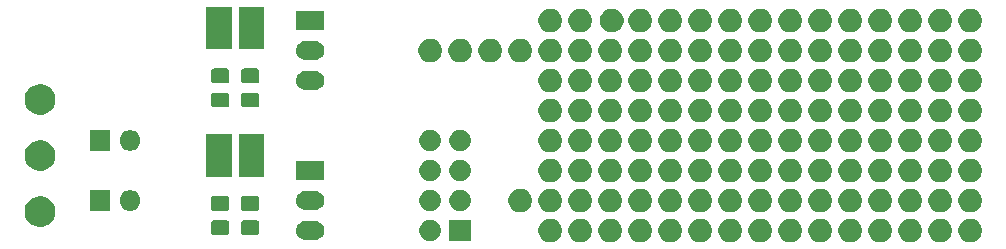
<source format=gbr>
G04 #@! TF.GenerationSoftware,KiCad,Pcbnew,5.1.5*
G04 #@! TF.CreationDate,2020-02-21T12:03:57-06:00*
G04 #@! TF.ProjectId,ESP-01_Breakout,4553502d-3031-45f4-9272-65616b6f7574,rev?*
G04 #@! TF.SameCoordinates,Original*
G04 #@! TF.FileFunction,Soldermask,Top*
G04 #@! TF.FilePolarity,Negative*
%FSLAX46Y46*%
G04 Gerber Fmt 4.6, Leading zero omitted, Abs format (unit mm)*
G04 Created by KiCad (PCBNEW 5.1.5) date 2020-02-21 12:03:57*
%MOMM*%
%LPD*%
G04 APERTURE LIST*
%ADD10C,0.127000*%
G04 APERTURE END LIST*
D10*
G36*
X198246425Y-98061988D02*
G01*
X198412710Y-98095063D01*
X198595336Y-98170709D01*
X198759694Y-98280530D01*
X198899470Y-98420306D01*
X199009291Y-98584664D01*
X199084937Y-98767290D01*
X199123500Y-98961164D01*
X199123500Y-99158836D01*
X199084937Y-99352710D01*
X199009291Y-99535336D01*
X198899470Y-99699694D01*
X198759694Y-99839470D01*
X198595336Y-99949291D01*
X198412710Y-100024937D01*
X198246425Y-100058012D01*
X198218837Y-100063500D01*
X198021163Y-100063500D01*
X197993575Y-100058012D01*
X197827290Y-100024937D01*
X197644664Y-99949291D01*
X197480306Y-99839470D01*
X197340530Y-99699694D01*
X197230709Y-99535336D01*
X197155063Y-99352710D01*
X197116500Y-99158836D01*
X197116500Y-98961164D01*
X197155063Y-98767290D01*
X197230709Y-98584664D01*
X197340530Y-98420306D01*
X197480306Y-98280530D01*
X197644664Y-98170709D01*
X197827290Y-98095063D01*
X197993575Y-98061988D01*
X198021163Y-98056500D01*
X198218837Y-98056500D01*
X198246425Y-98061988D01*
G37*
G36*
X170306425Y-98061988D02*
G01*
X170472710Y-98095063D01*
X170655336Y-98170709D01*
X170819694Y-98280530D01*
X170959470Y-98420306D01*
X171069291Y-98584664D01*
X171144937Y-98767290D01*
X171183500Y-98961164D01*
X171183500Y-99158836D01*
X171144937Y-99352710D01*
X171069291Y-99535336D01*
X170959470Y-99699694D01*
X170819694Y-99839470D01*
X170655336Y-99949291D01*
X170472710Y-100024937D01*
X170306425Y-100058012D01*
X170278837Y-100063500D01*
X170081163Y-100063500D01*
X170053575Y-100058012D01*
X169887290Y-100024937D01*
X169704664Y-99949291D01*
X169540306Y-99839470D01*
X169400530Y-99699694D01*
X169290709Y-99535336D01*
X169215063Y-99352710D01*
X169176500Y-99158836D01*
X169176500Y-98961164D01*
X169215063Y-98767290D01*
X169290709Y-98584664D01*
X169400530Y-98420306D01*
X169540306Y-98280530D01*
X169704664Y-98170709D01*
X169887290Y-98095063D01*
X170053575Y-98061988D01*
X170081163Y-98056500D01*
X170278837Y-98056500D01*
X170306425Y-98061988D01*
G37*
G36*
X193166425Y-98061988D02*
G01*
X193332710Y-98095063D01*
X193515336Y-98170709D01*
X193679694Y-98280530D01*
X193819470Y-98420306D01*
X193929291Y-98584664D01*
X194004937Y-98767290D01*
X194043500Y-98961164D01*
X194043500Y-99158836D01*
X194004937Y-99352710D01*
X193929291Y-99535336D01*
X193819470Y-99699694D01*
X193679694Y-99839470D01*
X193515336Y-99949291D01*
X193332710Y-100024937D01*
X193166425Y-100058012D01*
X193138837Y-100063500D01*
X192941163Y-100063500D01*
X192913575Y-100058012D01*
X192747290Y-100024937D01*
X192564664Y-99949291D01*
X192400306Y-99839470D01*
X192260530Y-99699694D01*
X192150709Y-99535336D01*
X192075063Y-99352710D01*
X192036500Y-99158836D01*
X192036500Y-98961164D01*
X192075063Y-98767290D01*
X192150709Y-98584664D01*
X192260530Y-98420306D01*
X192400306Y-98280530D01*
X192564664Y-98170709D01*
X192747290Y-98095063D01*
X192913575Y-98061988D01*
X192941163Y-98056500D01*
X193138837Y-98056500D01*
X193166425Y-98061988D01*
G37*
G36*
X190626425Y-98061988D02*
G01*
X190792710Y-98095063D01*
X190975336Y-98170709D01*
X191139694Y-98280530D01*
X191279470Y-98420306D01*
X191389291Y-98584664D01*
X191464937Y-98767290D01*
X191503500Y-98961164D01*
X191503500Y-99158836D01*
X191464937Y-99352710D01*
X191389291Y-99535336D01*
X191279470Y-99699694D01*
X191139694Y-99839470D01*
X190975336Y-99949291D01*
X190792710Y-100024937D01*
X190626425Y-100058012D01*
X190598837Y-100063500D01*
X190401163Y-100063500D01*
X190373575Y-100058012D01*
X190207290Y-100024937D01*
X190024664Y-99949291D01*
X189860306Y-99839470D01*
X189720530Y-99699694D01*
X189610709Y-99535336D01*
X189535063Y-99352710D01*
X189496500Y-99158836D01*
X189496500Y-98961164D01*
X189535063Y-98767290D01*
X189610709Y-98584664D01*
X189720530Y-98420306D01*
X189860306Y-98280530D01*
X190024664Y-98170709D01*
X190207290Y-98095063D01*
X190373575Y-98061988D01*
X190401163Y-98056500D01*
X190598837Y-98056500D01*
X190626425Y-98061988D01*
G37*
G36*
X188086425Y-98061988D02*
G01*
X188252710Y-98095063D01*
X188435336Y-98170709D01*
X188599694Y-98280530D01*
X188739470Y-98420306D01*
X188849291Y-98584664D01*
X188924937Y-98767290D01*
X188963500Y-98961164D01*
X188963500Y-99158836D01*
X188924937Y-99352710D01*
X188849291Y-99535336D01*
X188739470Y-99699694D01*
X188599694Y-99839470D01*
X188435336Y-99949291D01*
X188252710Y-100024937D01*
X188086425Y-100058012D01*
X188058837Y-100063500D01*
X187861163Y-100063500D01*
X187833575Y-100058012D01*
X187667290Y-100024937D01*
X187484664Y-99949291D01*
X187320306Y-99839470D01*
X187180530Y-99699694D01*
X187070709Y-99535336D01*
X186995063Y-99352710D01*
X186956500Y-99158836D01*
X186956500Y-98961164D01*
X186995063Y-98767290D01*
X187070709Y-98584664D01*
X187180530Y-98420306D01*
X187320306Y-98280530D01*
X187484664Y-98170709D01*
X187667290Y-98095063D01*
X187833575Y-98061988D01*
X187861163Y-98056500D01*
X188058837Y-98056500D01*
X188086425Y-98061988D01*
G37*
G36*
X195706425Y-98061988D02*
G01*
X195872710Y-98095063D01*
X196055336Y-98170709D01*
X196219694Y-98280530D01*
X196359470Y-98420306D01*
X196469291Y-98584664D01*
X196544937Y-98767290D01*
X196583500Y-98961164D01*
X196583500Y-99158836D01*
X196544937Y-99352710D01*
X196469291Y-99535336D01*
X196359470Y-99699694D01*
X196219694Y-99839470D01*
X196055336Y-99949291D01*
X195872710Y-100024937D01*
X195706425Y-100058012D01*
X195678837Y-100063500D01*
X195481163Y-100063500D01*
X195453575Y-100058012D01*
X195287290Y-100024937D01*
X195104664Y-99949291D01*
X194940306Y-99839470D01*
X194800530Y-99699694D01*
X194690709Y-99535336D01*
X194615063Y-99352710D01*
X194576500Y-99158836D01*
X194576500Y-98961164D01*
X194615063Y-98767290D01*
X194690709Y-98584664D01*
X194800530Y-98420306D01*
X194940306Y-98280530D01*
X195104664Y-98170709D01*
X195287290Y-98095063D01*
X195453575Y-98061988D01*
X195481163Y-98056500D01*
X195678837Y-98056500D01*
X195706425Y-98061988D01*
G37*
G36*
X205866425Y-98061988D02*
G01*
X206032710Y-98095063D01*
X206215336Y-98170709D01*
X206379694Y-98280530D01*
X206519470Y-98420306D01*
X206629291Y-98584664D01*
X206704937Y-98767290D01*
X206743500Y-98961164D01*
X206743500Y-99158836D01*
X206704937Y-99352710D01*
X206629291Y-99535336D01*
X206519470Y-99699694D01*
X206379694Y-99839470D01*
X206215336Y-99949291D01*
X206032710Y-100024937D01*
X205866425Y-100058012D01*
X205838837Y-100063500D01*
X205641163Y-100063500D01*
X205613575Y-100058012D01*
X205447290Y-100024937D01*
X205264664Y-99949291D01*
X205100306Y-99839470D01*
X204960530Y-99699694D01*
X204850709Y-99535336D01*
X204775063Y-99352710D01*
X204736500Y-99158836D01*
X204736500Y-98961164D01*
X204775063Y-98767290D01*
X204850709Y-98584664D01*
X204960530Y-98420306D01*
X205100306Y-98280530D01*
X205264664Y-98170709D01*
X205447290Y-98095063D01*
X205613575Y-98061988D01*
X205641163Y-98056500D01*
X205838837Y-98056500D01*
X205866425Y-98061988D01*
G37*
G36*
X200786425Y-98061988D02*
G01*
X200952710Y-98095063D01*
X201135336Y-98170709D01*
X201299694Y-98280530D01*
X201439470Y-98420306D01*
X201549291Y-98584664D01*
X201624937Y-98767290D01*
X201663500Y-98961164D01*
X201663500Y-99158836D01*
X201624937Y-99352710D01*
X201549291Y-99535336D01*
X201439470Y-99699694D01*
X201299694Y-99839470D01*
X201135336Y-99949291D01*
X200952710Y-100024937D01*
X200786425Y-100058012D01*
X200758837Y-100063500D01*
X200561163Y-100063500D01*
X200533575Y-100058012D01*
X200367290Y-100024937D01*
X200184664Y-99949291D01*
X200020306Y-99839470D01*
X199880530Y-99699694D01*
X199770709Y-99535336D01*
X199695063Y-99352710D01*
X199656500Y-99158836D01*
X199656500Y-98961164D01*
X199695063Y-98767290D01*
X199770709Y-98584664D01*
X199880530Y-98420306D01*
X200020306Y-98280530D01*
X200184664Y-98170709D01*
X200367290Y-98095063D01*
X200533575Y-98061988D01*
X200561163Y-98056500D01*
X200758837Y-98056500D01*
X200786425Y-98061988D01*
G37*
G36*
X203326425Y-98061988D02*
G01*
X203492710Y-98095063D01*
X203675336Y-98170709D01*
X203839694Y-98280530D01*
X203979470Y-98420306D01*
X204089291Y-98584664D01*
X204164937Y-98767290D01*
X204203500Y-98961164D01*
X204203500Y-99158836D01*
X204164937Y-99352710D01*
X204089291Y-99535336D01*
X203979470Y-99699694D01*
X203839694Y-99839470D01*
X203675336Y-99949291D01*
X203492710Y-100024937D01*
X203326425Y-100058012D01*
X203298837Y-100063500D01*
X203101163Y-100063500D01*
X203073575Y-100058012D01*
X202907290Y-100024937D01*
X202724664Y-99949291D01*
X202560306Y-99839470D01*
X202420530Y-99699694D01*
X202310709Y-99535336D01*
X202235063Y-99352710D01*
X202196500Y-99158836D01*
X202196500Y-98961164D01*
X202235063Y-98767290D01*
X202310709Y-98584664D01*
X202420530Y-98420306D01*
X202560306Y-98280530D01*
X202724664Y-98170709D01*
X202907290Y-98095063D01*
X203073575Y-98061988D01*
X203101163Y-98056500D01*
X203298837Y-98056500D01*
X203326425Y-98061988D01*
G37*
G36*
X183006425Y-98061988D02*
G01*
X183172710Y-98095063D01*
X183355336Y-98170709D01*
X183519694Y-98280530D01*
X183659470Y-98420306D01*
X183769291Y-98584664D01*
X183844937Y-98767290D01*
X183883500Y-98961164D01*
X183883500Y-99158836D01*
X183844937Y-99352710D01*
X183769291Y-99535336D01*
X183659470Y-99699694D01*
X183519694Y-99839470D01*
X183355336Y-99949291D01*
X183172710Y-100024937D01*
X183006425Y-100058012D01*
X182978837Y-100063500D01*
X182781163Y-100063500D01*
X182753575Y-100058012D01*
X182587290Y-100024937D01*
X182404664Y-99949291D01*
X182240306Y-99839470D01*
X182100530Y-99699694D01*
X181990709Y-99535336D01*
X181915063Y-99352710D01*
X181876500Y-99158836D01*
X181876500Y-98961164D01*
X181915063Y-98767290D01*
X181990709Y-98584664D01*
X182100530Y-98420306D01*
X182240306Y-98280530D01*
X182404664Y-98170709D01*
X182587290Y-98095063D01*
X182753575Y-98061988D01*
X182781163Y-98056500D01*
X182978837Y-98056500D01*
X183006425Y-98061988D01*
G37*
G36*
X185546425Y-98061988D02*
G01*
X185712710Y-98095063D01*
X185895336Y-98170709D01*
X186059694Y-98280530D01*
X186199470Y-98420306D01*
X186309291Y-98584664D01*
X186384937Y-98767290D01*
X186423500Y-98961164D01*
X186423500Y-99158836D01*
X186384937Y-99352710D01*
X186309291Y-99535336D01*
X186199470Y-99699694D01*
X186059694Y-99839470D01*
X185895336Y-99949291D01*
X185712710Y-100024937D01*
X185546425Y-100058012D01*
X185518837Y-100063500D01*
X185321163Y-100063500D01*
X185293575Y-100058012D01*
X185127290Y-100024937D01*
X184944664Y-99949291D01*
X184780306Y-99839470D01*
X184640530Y-99699694D01*
X184530709Y-99535336D01*
X184455063Y-99352710D01*
X184416500Y-99158836D01*
X184416500Y-98961164D01*
X184455063Y-98767290D01*
X184530709Y-98584664D01*
X184640530Y-98420306D01*
X184780306Y-98280530D01*
X184944664Y-98170709D01*
X185127290Y-98095063D01*
X185293575Y-98061988D01*
X185321163Y-98056500D01*
X185518837Y-98056500D01*
X185546425Y-98061988D01*
G37*
G36*
X177926425Y-98061988D02*
G01*
X178092710Y-98095063D01*
X178275336Y-98170709D01*
X178439694Y-98280530D01*
X178579470Y-98420306D01*
X178689291Y-98584664D01*
X178764937Y-98767290D01*
X178803500Y-98961164D01*
X178803500Y-99158836D01*
X178764937Y-99352710D01*
X178689291Y-99535336D01*
X178579470Y-99699694D01*
X178439694Y-99839470D01*
X178275336Y-99949291D01*
X178092710Y-100024937D01*
X177926425Y-100058012D01*
X177898837Y-100063500D01*
X177701163Y-100063500D01*
X177673575Y-100058012D01*
X177507290Y-100024937D01*
X177324664Y-99949291D01*
X177160306Y-99839470D01*
X177020530Y-99699694D01*
X176910709Y-99535336D01*
X176835063Y-99352710D01*
X176796500Y-99158836D01*
X176796500Y-98961164D01*
X176835063Y-98767290D01*
X176910709Y-98584664D01*
X177020530Y-98420306D01*
X177160306Y-98280530D01*
X177324664Y-98170709D01*
X177507290Y-98095063D01*
X177673575Y-98061988D01*
X177701163Y-98056500D01*
X177898837Y-98056500D01*
X177926425Y-98061988D01*
G37*
G36*
X180466425Y-98061988D02*
G01*
X180632710Y-98095063D01*
X180815336Y-98170709D01*
X180979694Y-98280530D01*
X181119470Y-98420306D01*
X181229291Y-98584664D01*
X181304937Y-98767290D01*
X181343500Y-98961164D01*
X181343500Y-99158836D01*
X181304937Y-99352710D01*
X181229291Y-99535336D01*
X181119470Y-99699694D01*
X180979694Y-99839470D01*
X180815336Y-99949291D01*
X180632710Y-100024937D01*
X180466425Y-100058012D01*
X180438837Y-100063500D01*
X180241163Y-100063500D01*
X180213575Y-100058012D01*
X180047290Y-100024937D01*
X179864664Y-99949291D01*
X179700306Y-99839470D01*
X179560530Y-99699694D01*
X179450709Y-99535336D01*
X179375063Y-99352710D01*
X179336500Y-99158836D01*
X179336500Y-98961164D01*
X179375063Y-98767290D01*
X179450709Y-98584664D01*
X179560530Y-98420306D01*
X179700306Y-98280530D01*
X179864664Y-98170709D01*
X180047290Y-98095063D01*
X180213575Y-98061988D01*
X180241163Y-98056500D01*
X180438837Y-98056500D01*
X180466425Y-98061988D01*
G37*
G36*
X175386425Y-98061988D02*
G01*
X175552710Y-98095063D01*
X175735336Y-98170709D01*
X175899694Y-98280530D01*
X176039470Y-98420306D01*
X176149291Y-98584664D01*
X176224937Y-98767290D01*
X176263500Y-98961164D01*
X176263500Y-99158836D01*
X176224937Y-99352710D01*
X176149291Y-99535336D01*
X176039470Y-99699694D01*
X175899694Y-99839470D01*
X175735336Y-99949291D01*
X175552710Y-100024937D01*
X175386425Y-100058012D01*
X175358837Y-100063500D01*
X175161163Y-100063500D01*
X175133575Y-100058012D01*
X174967290Y-100024937D01*
X174784664Y-99949291D01*
X174620306Y-99839470D01*
X174480530Y-99699694D01*
X174370709Y-99535336D01*
X174295063Y-99352710D01*
X174256500Y-99158836D01*
X174256500Y-98961164D01*
X174295063Y-98767290D01*
X174370709Y-98584664D01*
X174480530Y-98420306D01*
X174620306Y-98280530D01*
X174784664Y-98170709D01*
X174967290Y-98095063D01*
X175133575Y-98061988D01*
X175161163Y-98056500D01*
X175358837Y-98056500D01*
X175386425Y-98061988D01*
G37*
G36*
X172846425Y-98061988D02*
G01*
X173012710Y-98095063D01*
X173195336Y-98170709D01*
X173359694Y-98280530D01*
X173499470Y-98420306D01*
X173609291Y-98584664D01*
X173684937Y-98767290D01*
X173723500Y-98961164D01*
X173723500Y-99158836D01*
X173684937Y-99352710D01*
X173609291Y-99535336D01*
X173499470Y-99699694D01*
X173359694Y-99839470D01*
X173195336Y-99949291D01*
X173012710Y-100024937D01*
X172846425Y-100058012D01*
X172818837Y-100063500D01*
X172621163Y-100063500D01*
X172593575Y-100058012D01*
X172427290Y-100024937D01*
X172244664Y-99949291D01*
X172080306Y-99839470D01*
X171940530Y-99699694D01*
X171830709Y-99535336D01*
X171755063Y-99352710D01*
X171716500Y-99158836D01*
X171716500Y-98961164D01*
X171755063Y-98767290D01*
X171830709Y-98584664D01*
X171940530Y-98420306D01*
X172080306Y-98280530D01*
X172244664Y-98170709D01*
X172427290Y-98095063D01*
X172593575Y-98061988D01*
X172621163Y-98056500D01*
X172818837Y-98056500D01*
X172846425Y-98061988D01*
G37*
G36*
X160286778Y-98180547D02*
G01*
X160453224Y-98249491D01*
X160603022Y-98349583D01*
X160730417Y-98476978D01*
X160830509Y-98626776D01*
X160899453Y-98793222D01*
X160934600Y-98969918D01*
X160934600Y-99150082D01*
X160899453Y-99326778D01*
X160830509Y-99493224D01*
X160730417Y-99643022D01*
X160603022Y-99770417D01*
X160453224Y-99870509D01*
X160286778Y-99939453D01*
X160110082Y-99974600D01*
X159929918Y-99974600D01*
X159753222Y-99939453D01*
X159586776Y-99870509D01*
X159436978Y-99770417D01*
X159309583Y-99643022D01*
X159209491Y-99493224D01*
X159140547Y-99326778D01*
X159105400Y-99150082D01*
X159105400Y-98969918D01*
X159140547Y-98793222D01*
X159209491Y-98626776D01*
X159309583Y-98476978D01*
X159436978Y-98349583D01*
X159586776Y-98249491D01*
X159753222Y-98180547D01*
X159929918Y-98145400D01*
X160110082Y-98145400D01*
X160286778Y-98180547D01*
G37*
G36*
X163474600Y-99974600D02*
G01*
X161645400Y-99974600D01*
X161645400Y-98145400D01*
X163474600Y-98145400D01*
X163474600Y-99974600D01*
G37*
G36*
X150338571Y-98262863D02*
G01*
X150417023Y-98270590D01*
X150517682Y-98301125D01*
X150568013Y-98316392D01*
X150707165Y-98390771D01*
X150829133Y-98490867D01*
X150929229Y-98612835D01*
X151003608Y-98751987D01*
X151003608Y-98751988D01*
X151049410Y-98902977D01*
X151064875Y-99060000D01*
X151049410Y-99217023D01*
X151030708Y-99278674D01*
X151003608Y-99368013D01*
X150929229Y-99507165D01*
X150829133Y-99629133D01*
X150707165Y-99729229D01*
X150568013Y-99803608D01*
X150517682Y-99818875D01*
X150417023Y-99849410D01*
X150338571Y-99857137D01*
X150299346Y-99861000D01*
X149420654Y-99861000D01*
X149381429Y-99857137D01*
X149302977Y-99849410D01*
X149202318Y-99818875D01*
X149151987Y-99803608D01*
X149012835Y-99729229D01*
X148890867Y-99629133D01*
X148790771Y-99507165D01*
X148716392Y-99368013D01*
X148689292Y-99278674D01*
X148670590Y-99217023D01*
X148655125Y-99060000D01*
X148670590Y-98902977D01*
X148716392Y-98751988D01*
X148716392Y-98751987D01*
X148790771Y-98612835D01*
X148890867Y-98490867D01*
X149012835Y-98390771D01*
X149151987Y-98316392D01*
X149202318Y-98301125D01*
X149302977Y-98270590D01*
X149381429Y-98262863D01*
X149420654Y-98259000D01*
X150299346Y-98259000D01*
X150338571Y-98262863D01*
G37*
G36*
X145368674Y-98193465D02*
G01*
X145406367Y-98204899D01*
X145441103Y-98223466D01*
X145471548Y-98248452D01*
X145496534Y-98278897D01*
X145515101Y-98313633D01*
X145526535Y-98351326D01*
X145531000Y-98396661D01*
X145531000Y-99233339D01*
X145526535Y-99278674D01*
X145515101Y-99316367D01*
X145496534Y-99351103D01*
X145471548Y-99381548D01*
X145441103Y-99406534D01*
X145406367Y-99425101D01*
X145368674Y-99436535D01*
X145323339Y-99441000D01*
X144236661Y-99441000D01*
X144191326Y-99436535D01*
X144153633Y-99425101D01*
X144118897Y-99406534D01*
X144088452Y-99381548D01*
X144063466Y-99351103D01*
X144044899Y-99316367D01*
X144033465Y-99278674D01*
X144029000Y-99233339D01*
X144029000Y-98396661D01*
X144033465Y-98351326D01*
X144044899Y-98313633D01*
X144063466Y-98278897D01*
X144088452Y-98248452D01*
X144118897Y-98223466D01*
X144153633Y-98204899D01*
X144191326Y-98193465D01*
X144236661Y-98189000D01*
X145323339Y-98189000D01*
X145368674Y-98193465D01*
G37*
G36*
X142828674Y-98193465D02*
G01*
X142866367Y-98204899D01*
X142901103Y-98223466D01*
X142931548Y-98248452D01*
X142956534Y-98278897D01*
X142975101Y-98313633D01*
X142986535Y-98351326D01*
X142991000Y-98396661D01*
X142991000Y-99233339D01*
X142986535Y-99278674D01*
X142975101Y-99316367D01*
X142956534Y-99351103D01*
X142931548Y-99381548D01*
X142901103Y-99406534D01*
X142866367Y-99425101D01*
X142828674Y-99436535D01*
X142783339Y-99441000D01*
X141696661Y-99441000D01*
X141651326Y-99436535D01*
X141613633Y-99425101D01*
X141578897Y-99406534D01*
X141548452Y-99381548D01*
X141523466Y-99351103D01*
X141504899Y-99316367D01*
X141493465Y-99278674D01*
X141489000Y-99233339D01*
X141489000Y-98396661D01*
X141493465Y-98351326D01*
X141504899Y-98313633D01*
X141523466Y-98278897D01*
X141548452Y-98248452D01*
X141578897Y-98223466D01*
X141613633Y-98204899D01*
X141651326Y-98193465D01*
X141696661Y-98189000D01*
X142783339Y-98189000D01*
X142828674Y-98193465D01*
G37*
G36*
X127379487Y-96208996D02*
G01*
X127616253Y-96307068D01*
X127616255Y-96307069D01*
X127829339Y-96449447D01*
X128010553Y-96630661D01*
X128142419Y-96828012D01*
X128152932Y-96843747D01*
X128251004Y-97080513D01*
X128301000Y-97331861D01*
X128301000Y-97588139D01*
X128251004Y-97839487D01*
X128161114Y-98056500D01*
X128152931Y-98076255D01*
X128010553Y-98289339D01*
X127829339Y-98470553D01*
X127616255Y-98612931D01*
X127616254Y-98612932D01*
X127616253Y-98612932D01*
X127379487Y-98711004D01*
X127128139Y-98761000D01*
X126871861Y-98761000D01*
X126620513Y-98711004D01*
X126383747Y-98612932D01*
X126383746Y-98612932D01*
X126383745Y-98612931D01*
X126170661Y-98470553D01*
X125989447Y-98289339D01*
X125847069Y-98076255D01*
X125838886Y-98056500D01*
X125748996Y-97839487D01*
X125699000Y-97588139D01*
X125699000Y-97331861D01*
X125748996Y-97080513D01*
X125847068Y-96843747D01*
X125857582Y-96828012D01*
X125989447Y-96630661D01*
X126170661Y-96449447D01*
X126383745Y-96307069D01*
X126383747Y-96307068D01*
X126620513Y-96208996D01*
X126871861Y-96159000D01*
X127128139Y-96159000D01*
X127379487Y-96208996D01*
G37*
G36*
X177926425Y-95521988D02*
G01*
X178092710Y-95555063D01*
X178275336Y-95630709D01*
X178439694Y-95740530D01*
X178579470Y-95880306D01*
X178689291Y-96044664D01*
X178764937Y-96227290D01*
X178803500Y-96421164D01*
X178803500Y-96618836D01*
X178764937Y-96812710D01*
X178689291Y-96995336D01*
X178579470Y-97159694D01*
X178439694Y-97299470D01*
X178275336Y-97409291D01*
X178092710Y-97484937D01*
X177926425Y-97518012D01*
X177898837Y-97523500D01*
X177701163Y-97523500D01*
X177673575Y-97518012D01*
X177507290Y-97484937D01*
X177324664Y-97409291D01*
X177160306Y-97299470D01*
X177020530Y-97159694D01*
X176910709Y-96995336D01*
X176835063Y-96812710D01*
X176796500Y-96618836D01*
X176796500Y-96421164D01*
X176835063Y-96227290D01*
X176910709Y-96044664D01*
X177020530Y-95880306D01*
X177160306Y-95740530D01*
X177324664Y-95630709D01*
X177507290Y-95555063D01*
X177673575Y-95521988D01*
X177701163Y-95516500D01*
X177898837Y-95516500D01*
X177926425Y-95521988D01*
G37*
G36*
X180466425Y-95521988D02*
G01*
X180632710Y-95555063D01*
X180815336Y-95630709D01*
X180979694Y-95740530D01*
X181119470Y-95880306D01*
X181229291Y-96044664D01*
X181304937Y-96227290D01*
X181343500Y-96421164D01*
X181343500Y-96618836D01*
X181304937Y-96812710D01*
X181229291Y-96995336D01*
X181119470Y-97159694D01*
X180979694Y-97299470D01*
X180815336Y-97409291D01*
X180632710Y-97484937D01*
X180466425Y-97518012D01*
X180438837Y-97523500D01*
X180241163Y-97523500D01*
X180213575Y-97518012D01*
X180047290Y-97484937D01*
X179864664Y-97409291D01*
X179700306Y-97299470D01*
X179560530Y-97159694D01*
X179450709Y-96995336D01*
X179375063Y-96812710D01*
X179336500Y-96618836D01*
X179336500Y-96421164D01*
X179375063Y-96227290D01*
X179450709Y-96044664D01*
X179560530Y-95880306D01*
X179700306Y-95740530D01*
X179864664Y-95630709D01*
X180047290Y-95555063D01*
X180213575Y-95521988D01*
X180241163Y-95516500D01*
X180438837Y-95516500D01*
X180466425Y-95521988D01*
G37*
G36*
X175386425Y-95521988D02*
G01*
X175552710Y-95555063D01*
X175735336Y-95630709D01*
X175899694Y-95740530D01*
X176039470Y-95880306D01*
X176149291Y-96044664D01*
X176224937Y-96227290D01*
X176263500Y-96421164D01*
X176263500Y-96618836D01*
X176224937Y-96812710D01*
X176149291Y-96995336D01*
X176039470Y-97159694D01*
X175899694Y-97299470D01*
X175735336Y-97409291D01*
X175552710Y-97484937D01*
X175386425Y-97518012D01*
X175358837Y-97523500D01*
X175161163Y-97523500D01*
X175133575Y-97518012D01*
X174967290Y-97484937D01*
X174784664Y-97409291D01*
X174620306Y-97299470D01*
X174480530Y-97159694D01*
X174370709Y-96995336D01*
X174295063Y-96812710D01*
X174256500Y-96618836D01*
X174256500Y-96421164D01*
X174295063Y-96227290D01*
X174370709Y-96044664D01*
X174480530Y-95880306D01*
X174620306Y-95740530D01*
X174784664Y-95630709D01*
X174967290Y-95555063D01*
X175133575Y-95521988D01*
X175161163Y-95516500D01*
X175358837Y-95516500D01*
X175386425Y-95521988D01*
G37*
G36*
X205866425Y-95521988D02*
G01*
X206032710Y-95555063D01*
X206215336Y-95630709D01*
X206379694Y-95740530D01*
X206519470Y-95880306D01*
X206629291Y-96044664D01*
X206704937Y-96227290D01*
X206743500Y-96421164D01*
X206743500Y-96618836D01*
X206704937Y-96812710D01*
X206629291Y-96995336D01*
X206519470Y-97159694D01*
X206379694Y-97299470D01*
X206215336Y-97409291D01*
X206032710Y-97484937D01*
X205866425Y-97518012D01*
X205838837Y-97523500D01*
X205641163Y-97523500D01*
X205613575Y-97518012D01*
X205447290Y-97484937D01*
X205264664Y-97409291D01*
X205100306Y-97299470D01*
X204960530Y-97159694D01*
X204850709Y-96995336D01*
X204775063Y-96812710D01*
X204736500Y-96618836D01*
X204736500Y-96421164D01*
X204775063Y-96227290D01*
X204850709Y-96044664D01*
X204960530Y-95880306D01*
X205100306Y-95740530D01*
X205264664Y-95630709D01*
X205447290Y-95555063D01*
X205613575Y-95521988D01*
X205641163Y-95516500D01*
X205838837Y-95516500D01*
X205866425Y-95521988D01*
G37*
G36*
X203326425Y-95521988D02*
G01*
X203492710Y-95555063D01*
X203675336Y-95630709D01*
X203839694Y-95740530D01*
X203979470Y-95880306D01*
X204089291Y-96044664D01*
X204164937Y-96227290D01*
X204203500Y-96421164D01*
X204203500Y-96618836D01*
X204164937Y-96812710D01*
X204089291Y-96995336D01*
X203979470Y-97159694D01*
X203839694Y-97299470D01*
X203675336Y-97409291D01*
X203492710Y-97484937D01*
X203326425Y-97518012D01*
X203298837Y-97523500D01*
X203101163Y-97523500D01*
X203073575Y-97518012D01*
X202907290Y-97484937D01*
X202724664Y-97409291D01*
X202560306Y-97299470D01*
X202420530Y-97159694D01*
X202310709Y-96995336D01*
X202235063Y-96812710D01*
X202196500Y-96618836D01*
X202196500Y-96421164D01*
X202235063Y-96227290D01*
X202310709Y-96044664D01*
X202420530Y-95880306D01*
X202560306Y-95740530D01*
X202724664Y-95630709D01*
X202907290Y-95555063D01*
X203073575Y-95521988D01*
X203101163Y-95516500D01*
X203298837Y-95516500D01*
X203326425Y-95521988D01*
G37*
G36*
X167766425Y-95521988D02*
G01*
X167932710Y-95555063D01*
X168115336Y-95630709D01*
X168279694Y-95740530D01*
X168419470Y-95880306D01*
X168529291Y-96044664D01*
X168604937Y-96227290D01*
X168643500Y-96421164D01*
X168643500Y-96618836D01*
X168604937Y-96812710D01*
X168529291Y-96995336D01*
X168419470Y-97159694D01*
X168279694Y-97299470D01*
X168115336Y-97409291D01*
X167932710Y-97484937D01*
X167766425Y-97518012D01*
X167738837Y-97523500D01*
X167541163Y-97523500D01*
X167513575Y-97518012D01*
X167347290Y-97484937D01*
X167164664Y-97409291D01*
X167000306Y-97299470D01*
X166860530Y-97159694D01*
X166750709Y-96995336D01*
X166675063Y-96812710D01*
X166636500Y-96618836D01*
X166636500Y-96421164D01*
X166675063Y-96227290D01*
X166750709Y-96044664D01*
X166860530Y-95880306D01*
X167000306Y-95740530D01*
X167164664Y-95630709D01*
X167347290Y-95555063D01*
X167513575Y-95521988D01*
X167541163Y-95516500D01*
X167738837Y-95516500D01*
X167766425Y-95521988D01*
G37*
G36*
X200786425Y-95521988D02*
G01*
X200952710Y-95555063D01*
X201135336Y-95630709D01*
X201299694Y-95740530D01*
X201439470Y-95880306D01*
X201549291Y-96044664D01*
X201624937Y-96227290D01*
X201663500Y-96421164D01*
X201663500Y-96618836D01*
X201624937Y-96812710D01*
X201549291Y-96995336D01*
X201439470Y-97159694D01*
X201299694Y-97299470D01*
X201135336Y-97409291D01*
X200952710Y-97484937D01*
X200786425Y-97518012D01*
X200758837Y-97523500D01*
X200561163Y-97523500D01*
X200533575Y-97518012D01*
X200367290Y-97484937D01*
X200184664Y-97409291D01*
X200020306Y-97299470D01*
X199880530Y-97159694D01*
X199770709Y-96995336D01*
X199695063Y-96812710D01*
X199656500Y-96618836D01*
X199656500Y-96421164D01*
X199695063Y-96227290D01*
X199770709Y-96044664D01*
X199880530Y-95880306D01*
X200020306Y-95740530D01*
X200184664Y-95630709D01*
X200367290Y-95555063D01*
X200533575Y-95521988D01*
X200561163Y-95516500D01*
X200758837Y-95516500D01*
X200786425Y-95521988D01*
G37*
G36*
X195706425Y-95521988D02*
G01*
X195872710Y-95555063D01*
X196055336Y-95630709D01*
X196219694Y-95740530D01*
X196359470Y-95880306D01*
X196469291Y-96044664D01*
X196544937Y-96227290D01*
X196583500Y-96421164D01*
X196583500Y-96618836D01*
X196544937Y-96812710D01*
X196469291Y-96995336D01*
X196359470Y-97159694D01*
X196219694Y-97299470D01*
X196055336Y-97409291D01*
X195872710Y-97484937D01*
X195706425Y-97518012D01*
X195678837Y-97523500D01*
X195481163Y-97523500D01*
X195453575Y-97518012D01*
X195287290Y-97484937D01*
X195104664Y-97409291D01*
X194940306Y-97299470D01*
X194800530Y-97159694D01*
X194690709Y-96995336D01*
X194615063Y-96812710D01*
X194576500Y-96618836D01*
X194576500Y-96421164D01*
X194615063Y-96227290D01*
X194690709Y-96044664D01*
X194800530Y-95880306D01*
X194940306Y-95740530D01*
X195104664Y-95630709D01*
X195287290Y-95555063D01*
X195453575Y-95521988D01*
X195481163Y-95516500D01*
X195678837Y-95516500D01*
X195706425Y-95521988D01*
G37*
G36*
X172846425Y-95521988D02*
G01*
X173012710Y-95555063D01*
X173195336Y-95630709D01*
X173359694Y-95740530D01*
X173499470Y-95880306D01*
X173609291Y-96044664D01*
X173684937Y-96227290D01*
X173723500Y-96421164D01*
X173723500Y-96618836D01*
X173684937Y-96812710D01*
X173609291Y-96995336D01*
X173499470Y-97159694D01*
X173359694Y-97299470D01*
X173195336Y-97409291D01*
X173012710Y-97484937D01*
X172846425Y-97518012D01*
X172818837Y-97523500D01*
X172621163Y-97523500D01*
X172593575Y-97518012D01*
X172427290Y-97484937D01*
X172244664Y-97409291D01*
X172080306Y-97299470D01*
X171940530Y-97159694D01*
X171830709Y-96995336D01*
X171755063Y-96812710D01*
X171716500Y-96618836D01*
X171716500Y-96421164D01*
X171755063Y-96227290D01*
X171830709Y-96044664D01*
X171940530Y-95880306D01*
X172080306Y-95740530D01*
X172244664Y-95630709D01*
X172427290Y-95555063D01*
X172593575Y-95521988D01*
X172621163Y-95516500D01*
X172818837Y-95516500D01*
X172846425Y-95521988D01*
G37*
G36*
X190626425Y-95521988D02*
G01*
X190792710Y-95555063D01*
X190975336Y-95630709D01*
X191139694Y-95740530D01*
X191279470Y-95880306D01*
X191389291Y-96044664D01*
X191464937Y-96227290D01*
X191503500Y-96421164D01*
X191503500Y-96618836D01*
X191464937Y-96812710D01*
X191389291Y-96995336D01*
X191279470Y-97159694D01*
X191139694Y-97299470D01*
X190975336Y-97409291D01*
X190792710Y-97484937D01*
X190626425Y-97518012D01*
X190598837Y-97523500D01*
X190401163Y-97523500D01*
X190373575Y-97518012D01*
X190207290Y-97484937D01*
X190024664Y-97409291D01*
X189860306Y-97299470D01*
X189720530Y-97159694D01*
X189610709Y-96995336D01*
X189535063Y-96812710D01*
X189496500Y-96618836D01*
X189496500Y-96421164D01*
X189535063Y-96227290D01*
X189610709Y-96044664D01*
X189720530Y-95880306D01*
X189860306Y-95740530D01*
X190024664Y-95630709D01*
X190207290Y-95555063D01*
X190373575Y-95521988D01*
X190401163Y-95516500D01*
X190598837Y-95516500D01*
X190626425Y-95521988D01*
G37*
G36*
X193166425Y-95521988D02*
G01*
X193332710Y-95555063D01*
X193515336Y-95630709D01*
X193679694Y-95740530D01*
X193819470Y-95880306D01*
X193929291Y-96044664D01*
X194004937Y-96227290D01*
X194043500Y-96421164D01*
X194043500Y-96618836D01*
X194004937Y-96812710D01*
X193929291Y-96995336D01*
X193819470Y-97159694D01*
X193679694Y-97299470D01*
X193515336Y-97409291D01*
X193332710Y-97484937D01*
X193166425Y-97518012D01*
X193138837Y-97523500D01*
X192941163Y-97523500D01*
X192913575Y-97518012D01*
X192747290Y-97484937D01*
X192564664Y-97409291D01*
X192400306Y-97299470D01*
X192260530Y-97159694D01*
X192150709Y-96995336D01*
X192075063Y-96812710D01*
X192036500Y-96618836D01*
X192036500Y-96421164D01*
X192075063Y-96227290D01*
X192150709Y-96044664D01*
X192260530Y-95880306D01*
X192400306Y-95740530D01*
X192564664Y-95630709D01*
X192747290Y-95555063D01*
X192913575Y-95521988D01*
X192941163Y-95516500D01*
X193138837Y-95516500D01*
X193166425Y-95521988D01*
G37*
G36*
X170306425Y-95521988D02*
G01*
X170472710Y-95555063D01*
X170655336Y-95630709D01*
X170819694Y-95740530D01*
X170959470Y-95880306D01*
X171069291Y-96044664D01*
X171144937Y-96227290D01*
X171183500Y-96421164D01*
X171183500Y-96618836D01*
X171144937Y-96812710D01*
X171069291Y-96995336D01*
X170959470Y-97159694D01*
X170819694Y-97299470D01*
X170655336Y-97409291D01*
X170472710Y-97484937D01*
X170306425Y-97518012D01*
X170278837Y-97523500D01*
X170081163Y-97523500D01*
X170053575Y-97518012D01*
X169887290Y-97484937D01*
X169704664Y-97409291D01*
X169540306Y-97299470D01*
X169400530Y-97159694D01*
X169290709Y-96995336D01*
X169215063Y-96812710D01*
X169176500Y-96618836D01*
X169176500Y-96421164D01*
X169215063Y-96227290D01*
X169290709Y-96044664D01*
X169400530Y-95880306D01*
X169540306Y-95740530D01*
X169704664Y-95630709D01*
X169887290Y-95555063D01*
X170053575Y-95521988D01*
X170081163Y-95516500D01*
X170278837Y-95516500D01*
X170306425Y-95521988D01*
G37*
G36*
X183006425Y-95521988D02*
G01*
X183172710Y-95555063D01*
X183355336Y-95630709D01*
X183519694Y-95740530D01*
X183659470Y-95880306D01*
X183769291Y-96044664D01*
X183844937Y-96227290D01*
X183883500Y-96421164D01*
X183883500Y-96618836D01*
X183844937Y-96812710D01*
X183769291Y-96995336D01*
X183659470Y-97159694D01*
X183519694Y-97299470D01*
X183355336Y-97409291D01*
X183172710Y-97484937D01*
X183006425Y-97518012D01*
X182978837Y-97523500D01*
X182781163Y-97523500D01*
X182753575Y-97518012D01*
X182587290Y-97484937D01*
X182404664Y-97409291D01*
X182240306Y-97299470D01*
X182100530Y-97159694D01*
X181990709Y-96995336D01*
X181915063Y-96812710D01*
X181876500Y-96618836D01*
X181876500Y-96421164D01*
X181915063Y-96227290D01*
X181990709Y-96044664D01*
X182100530Y-95880306D01*
X182240306Y-95740530D01*
X182404664Y-95630709D01*
X182587290Y-95555063D01*
X182753575Y-95521988D01*
X182781163Y-95516500D01*
X182978837Y-95516500D01*
X183006425Y-95521988D01*
G37*
G36*
X188086425Y-95521988D02*
G01*
X188252710Y-95555063D01*
X188435336Y-95630709D01*
X188599694Y-95740530D01*
X188739470Y-95880306D01*
X188849291Y-96044664D01*
X188924937Y-96227290D01*
X188963500Y-96421164D01*
X188963500Y-96618836D01*
X188924937Y-96812710D01*
X188849291Y-96995336D01*
X188739470Y-97159694D01*
X188599694Y-97299470D01*
X188435336Y-97409291D01*
X188252710Y-97484937D01*
X188086425Y-97518012D01*
X188058837Y-97523500D01*
X187861163Y-97523500D01*
X187833575Y-97518012D01*
X187667290Y-97484937D01*
X187484664Y-97409291D01*
X187320306Y-97299470D01*
X187180530Y-97159694D01*
X187070709Y-96995336D01*
X186995063Y-96812710D01*
X186956500Y-96618836D01*
X186956500Y-96421164D01*
X186995063Y-96227290D01*
X187070709Y-96044664D01*
X187180530Y-95880306D01*
X187320306Y-95740530D01*
X187484664Y-95630709D01*
X187667290Y-95555063D01*
X187833575Y-95521988D01*
X187861163Y-95516500D01*
X188058837Y-95516500D01*
X188086425Y-95521988D01*
G37*
G36*
X185546425Y-95521988D02*
G01*
X185712710Y-95555063D01*
X185895336Y-95630709D01*
X186059694Y-95740530D01*
X186199470Y-95880306D01*
X186309291Y-96044664D01*
X186384937Y-96227290D01*
X186423500Y-96421164D01*
X186423500Y-96618836D01*
X186384937Y-96812710D01*
X186309291Y-96995336D01*
X186199470Y-97159694D01*
X186059694Y-97299470D01*
X185895336Y-97409291D01*
X185712710Y-97484937D01*
X185546425Y-97518012D01*
X185518837Y-97523500D01*
X185321163Y-97523500D01*
X185293575Y-97518012D01*
X185127290Y-97484937D01*
X184944664Y-97409291D01*
X184780306Y-97299470D01*
X184640530Y-97159694D01*
X184530709Y-96995336D01*
X184455063Y-96812710D01*
X184416500Y-96618836D01*
X184416500Y-96421164D01*
X184455063Y-96227290D01*
X184530709Y-96044664D01*
X184640530Y-95880306D01*
X184780306Y-95740530D01*
X184944664Y-95630709D01*
X185127290Y-95555063D01*
X185293575Y-95521988D01*
X185321163Y-95516500D01*
X185518837Y-95516500D01*
X185546425Y-95521988D01*
G37*
G36*
X198246425Y-95521988D02*
G01*
X198412710Y-95555063D01*
X198595336Y-95630709D01*
X198759694Y-95740530D01*
X198899470Y-95880306D01*
X199009291Y-96044664D01*
X199084937Y-96227290D01*
X199123500Y-96421164D01*
X199123500Y-96618836D01*
X199084937Y-96812710D01*
X199009291Y-96995336D01*
X198899470Y-97159694D01*
X198759694Y-97299470D01*
X198595336Y-97409291D01*
X198412710Y-97484937D01*
X198246425Y-97518012D01*
X198218837Y-97523500D01*
X198021163Y-97523500D01*
X197993575Y-97518012D01*
X197827290Y-97484937D01*
X197644664Y-97409291D01*
X197480306Y-97299470D01*
X197340530Y-97159694D01*
X197230709Y-96995336D01*
X197155063Y-96812710D01*
X197116500Y-96618836D01*
X197116500Y-96421164D01*
X197155063Y-96227290D01*
X197230709Y-96044664D01*
X197340530Y-95880306D01*
X197480306Y-95740530D01*
X197644664Y-95630709D01*
X197827290Y-95555063D01*
X197993575Y-95521988D01*
X198021163Y-95516500D01*
X198218837Y-95516500D01*
X198246425Y-95521988D01*
G37*
G36*
X162826778Y-95640547D02*
G01*
X162993224Y-95709491D01*
X163143022Y-95809583D01*
X163270417Y-95936978D01*
X163370509Y-96086776D01*
X163439453Y-96253222D01*
X163474600Y-96429918D01*
X163474600Y-96610082D01*
X163439453Y-96786778D01*
X163370509Y-96953224D01*
X163270417Y-97103022D01*
X163143022Y-97230417D01*
X162993224Y-97330509D01*
X162826778Y-97399453D01*
X162650082Y-97434600D01*
X162469918Y-97434600D01*
X162293222Y-97399453D01*
X162126776Y-97330509D01*
X161976978Y-97230417D01*
X161849583Y-97103022D01*
X161749491Y-96953224D01*
X161680547Y-96786778D01*
X161645400Y-96610082D01*
X161645400Y-96429918D01*
X161680547Y-96253222D01*
X161749491Y-96086776D01*
X161849583Y-95936978D01*
X161976978Y-95809583D01*
X162126776Y-95709491D01*
X162293222Y-95640547D01*
X162469918Y-95605400D01*
X162650082Y-95605400D01*
X162826778Y-95640547D01*
G37*
G36*
X160286778Y-95640547D02*
G01*
X160453224Y-95709491D01*
X160603022Y-95809583D01*
X160730417Y-95936978D01*
X160830509Y-96086776D01*
X160899453Y-96253222D01*
X160934600Y-96429918D01*
X160934600Y-96610082D01*
X160899453Y-96786778D01*
X160830509Y-96953224D01*
X160730417Y-97103022D01*
X160603022Y-97230417D01*
X160453224Y-97330509D01*
X160286778Y-97399453D01*
X160110082Y-97434600D01*
X159929918Y-97434600D01*
X159753222Y-97399453D01*
X159586776Y-97330509D01*
X159436978Y-97230417D01*
X159309583Y-97103022D01*
X159209491Y-96953224D01*
X159140547Y-96786778D01*
X159105400Y-96610082D01*
X159105400Y-96429918D01*
X159140547Y-96253222D01*
X159209491Y-96086776D01*
X159309583Y-95936978D01*
X159436978Y-95809583D01*
X159586776Y-95709491D01*
X159753222Y-95640547D01*
X159929918Y-95605400D01*
X160110082Y-95605400D01*
X160286778Y-95640547D01*
G37*
G36*
X132956000Y-97396000D02*
G01*
X131204000Y-97396000D01*
X131204000Y-95644000D01*
X132956000Y-95644000D01*
X132956000Y-97396000D01*
G37*
G36*
X134790899Y-95660832D02*
G01*
X134875520Y-95677664D01*
X135034942Y-95743699D01*
X135178418Y-95839566D01*
X135300434Y-95961582D01*
X135396301Y-96105058D01*
X135462336Y-96264480D01*
X135496000Y-96433721D01*
X135496000Y-96606279D01*
X135462336Y-96775520D01*
X135396301Y-96934942D01*
X135300434Y-97078418D01*
X135178418Y-97200434D01*
X135034942Y-97296301D01*
X134875520Y-97362336D01*
X134811346Y-97375101D01*
X134706280Y-97396000D01*
X134533720Y-97396000D01*
X134428654Y-97375101D01*
X134364480Y-97362336D01*
X134205058Y-97296301D01*
X134061582Y-97200434D01*
X133939566Y-97078418D01*
X133843699Y-96934942D01*
X133777664Y-96775520D01*
X133744000Y-96606279D01*
X133744000Y-96433721D01*
X133777664Y-96264480D01*
X133843699Y-96105058D01*
X133939566Y-95961582D01*
X134061582Y-95839566D01*
X134205058Y-95743699D01*
X134364480Y-95677664D01*
X134449101Y-95660832D01*
X134533720Y-95644000D01*
X134706280Y-95644000D01*
X134790899Y-95660832D01*
G37*
G36*
X145368674Y-96143465D02*
G01*
X145406367Y-96154899D01*
X145441103Y-96173466D01*
X145471548Y-96198452D01*
X145496534Y-96228897D01*
X145515101Y-96263633D01*
X145526535Y-96301326D01*
X145531000Y-96346661D01*
X145531000Y-97183339D01*
X145526535Y-97228674D01*
X145515101Y-97266367D01*
X145496534Y-97301103D01*
X145471548Y-97331548D01*
X145441103Y-97356534D01*
X145406367Y-97375101D01*
X145368674Y-97386535D01*
X145323339Y-97391000D01*
X144236661Y-97391000D01*
X144191326Y-97386535D01*
X144153633Y-97375101D01*
X144118897Y-97356534D01*
X144088452Y-97331548D01*
X144063466Y-97301103D01*
X144044899Y-97266367D01*
X144033465Y-97228674D01*
X144029000Y-97183339D01*
X144029000Y-96346661D01*
X144033465Y-96301326D01*
X144044899Y-96263633D01*
X144063466Y-96228897D01*
X144088452Y-96198452D01*
X144118897Y-96173466D01*
X144153633Y-96154899D01*
X144191326Y-96143465D01*
X144236661Y-96139000D01*
X145323339Y-96139000D01*
X145368674Y-96143465D01*
G37*
G36*
X142828674Y-96143465D02*
G01*
X142866367Y-96154899D01*
X142901103Y-96173466D01*
X142931548Y-96198452D01*
X142956534Y-96228897D01*
X142975101Y-96263633D01*
X142986535Y-96301326D01*
X142991000Y-96346661D01*
X142991000Y-97183339D01*
X142986535Y-97228674D01*
X142975101Y-97266367D01*
X142956534Y-97301103D01*
X142931548Y-97331548D01*
X142901103Y-97356534D01*
X142866367Y-97375101D01*
X142828674Y-97386535D01*
X142783339Y-97391000D01*
X141696661Y-97391000D01*
X141651326Y-97386535D01*
X141613633Y-97375101D01*
X141578897Y-97356534D01*
X141548452Y-97331548D01*
X141523466Y-97301103D01*
X141504899Y-97266367D01*
X141493465Y-97228674D01*
X141489000Y-97183339D01*
X141489000Y-96346661D01*
X141493465Y-96301326D01*
X141504899Y-96263633D01*
X141523466Y-96228897D01*
X141548452Y-96198452D01*
X141578897Y-96173466D01*
X141613633Y-96154899D01*
X141651326Y-96143465D01*
X141696661Y-96139000D01*
X142783339Y-96139000D01*
X142828674Y-96143465D01*
G37*
G36*
X150338571Y-95722863D02*
G01*
X150417023Y-95730590D01*
X150517682Y-95761125D01*
X150568013Y-95776392D01*
X150707165Y-95850771D01*
X150829133Y-95950867D01*
X150929229Y-96072835D01*
X151003608Y-96211987D01*
X151003608Y-96211988D01*
X151049410Y-96362977D01*
X151064875Y-96520000D01*
X151049410Y-96677023D01*
X151019532Y-96775519D01*
X151003608Y-96828013D01*
X150929229Y-96967165D01*
X150829133Y-97089133D01*
X150707165Y-97189229D01*
X150568013Y-97263608D01*
X150517682Y-97278875D01*
X150417023Y-97309410D01*
X150338571Y-97317137D01*
X150299346Y-97321000D01*
X149420654Y-97321000D01*
X149381429Y-97317137D01*
X149302977Y-97309410D01*
X149202318Y-97278875D01*
X149151987Y-97263608D01*
X149012835Y-97189229D01*
X148890867Y-97089133D01*
X148790771Y-96967165D01*
X148716392Y-96828013D01*
X148700468Y-96775519D01*
X148670590Y-96677023D01*
X148655125Y-96520000D01*
X148670590Y-96362977D01*
X148716392Y-96211988D01*
X148716392Y-96211987D01*
X148790771Y-96072835D01*
X148890867Y-95950867D01*
X149012835Y-95850771D01*
X149151987Y-95776392D01*
X149202318Y-95761125D01*
X149302977Y-95730590D01*
X149381429Y-95722863D01*
X149420654Y-95719000D01*
X150299346Y-95719000D01*
X150338571Y-95722863D01*
G37*
G36*
X170306425Y-92981988D02*
G01*
X170472710Y-93015063D01*
X170655336Y-93090709D01*
X170819694Y-93200530D01*
X170959470Y-93340306D01*
X171069291Y-93504664D01*
X171144937Y-93687290D01*
X171183500Y-93881164D01*
X171183500Y-94078836D01*
X171144937Y-94272710D01*
X171069291Y-94455336D01*
X170959470Y-94619694D01*
X170819694Y-94759470D01*
X170655336Y-94869291D01*
X170472710Y-94944937D01*
X170306425Y-94978012D01*
X170278837Y-94983500D01*
X170081163Y-94983500D01*
X170053575Y-94978012D01*
X169887290Y-94944937D01*
X169704664Y-94869291D01*
X169540306Y-94759470D01*
X169400530Y-94619694D01*
X169290709Y-94455336D01*
X169215063Y-94272710D01*
X169176500Y-94078836D01*
X169176500Y-93881164D01*
X169215063Y-93687290D01*
X169290709Y-93504664D01*
X169400530Y-93340306D01*
X169540306Y-93200530D01*
X169704664Y-93090709D01*
X169887290Y-93015063D01*
X170053575Y-92981988D01*
X170081163Y-92976500D01*
X170278837Y-92976500D01*
X170306425Y-92981988D01*
G37*
G36*
X188086425Y-92981988D02*
G01*
X188252710Y-93015063D01*
X188435336Y-93090709D01*
X188599694Y-93200530D01*
X188739470Y-93340306D01*
X188849291Y-93504664D01*
X188924937Y-93687290D01*
X188963500Y-93881164D01*
X188963500Y-94078836D01*
X188924937Y-94272710D01*
X188849291Y-94455336D01*
X188739470Y-94619694D01*
X188599694Y-94759470D01*
X188435336Y-94869291D01*
X188252710Y-94944937D01*
X188086425Y-94978012D01*
X188058837Y-94983500D01*
X187861163Y-94983500D01*
X187833575Y-94978012D01*
X187667290Y-94944937D01*
X187484664Y-94869291D01*
X187320306Y-94759470D01*
X187180530Y-94619694D01*
X187070709Y-94455336D01*
X186995063Y-94272710D01*
X186956500Y-94078836D01*
X186956500Y-93881164D01*
X186995063Y-93687290D01*
X187070709Y-93504664D01*
X187180530Y-93340306D01*
X187320306Y-93200530D01*
X187484664Y-93090709D01*
X187667290Y-93015063D01*
X187833575Y-92981988D01*
X187861163Y-92976500D01*
X188058837Y-92976500D01*
X188086425Y-92981988D01*
G37*
G36*
X180466425Y-92981988D02*
G01*
X180632710Y-93015063D01*
X180815336Y-93090709D01*
X180979694Y-93200530D01*
X181119470Y-93340306D01*
X181229291Y-93504664D01*
X181304937Y-93687290D01*
X181343500Y-93881164D01*
X181343500Y-94078836D01*
X181304937Y-94272710D01*
X181229291Y-94455336D01*
X181119470Y-94619694D01*
X180979694Y-94759470D01*
X180815336Y-94869291D01*
X180632710Y-94944937D01*
X180466425Y-94978012D01*
X180438837Y-94983500D01*
X180241163Y-94983500D01*
X180213575Y-94978012D01*
X180047290Y-94944937D01*
X179864664Y-94869291D01*
X179700306Y-94759470D01*
X179560530Y-94619694D01*
X179450709Y-94455336D01*
X179375063Y-94272710D01*
X179336500Y-94078836D01*
X179336500Y-93881164D01*
X179375063Y-93687290D01*
X179450709Y-93504664D01*
X179560530Y-93340306D01*
X179700306Y-93200530D01*
X179864664Y-93090709D01*
X180047290Y-93015063D01*
X180213575Y-92981988D01*
X180241163Y-92976500D01*
X180438837Y-92976500D01*
X180466425Y-92981988D01*
G37*
G36*
X190626425Y-92981988D02*
G01*
X190792710Y-93015063D01*
X190975336Y-93090709D01*
X191139694Y-93200530D01*
X191279470Y-93340306D01*
X191389291Y-93504664D01*
X191464937Y-93687290D01*
X191503500Y-93881164D01*
X191503500Y-94078836D01*
X191464937Y-94272710D01*
X191389291Y-94455336D01*
X191279470Y-94619694D01*
X191139694Y-94759470D01*
X190975336Y-94869291D01*
X190792710Y-94944937D01*
X190626425Y-94978012D01*
X190598837Y-94983500D01*
X190401163Y-94983500D01*
X190373575Y-94978012D01*
X190207290Y-94944937D01*
X190024664Y-94869291D01*
X189860306Y-94759470D01*
X189720530Y-94619694D01*
X189610709Y-94455336D01*
X189535063Y-94272710D01*
X189496500Y-94078836D01*
X189496500Y-93881164D01*
X189535063Y-93687290D01*
X189610709Y-93504664D01*
X189720530Y-93340306D01*
X189860306Y-93200530D01*
X190024664Y-93090709D01*
X190207290Y-93015063D01*
X190373575Y-92981988D01*
X190401163Y-92976500D01*
X190598837Y-92976500D01*
X190626425Y-92981988D01*
G37*
G36*
X183006425Y-92981988D02*
G01*
X183172710Y-93015063D01*
X183355336Y-93090709D01*
X183519694Y-93200530D01*
X183659470Y-93340306D01*
X183769291Y-93504664D01*
X183844937Y-93687290D01*
X183883500Y-93881164D01*
X183883500Y-94078836D01*
X183844937Y-94272710D01*
X183769291Y-94455336D01*
X183659470Y-94619694D01*
X183519694Y-94759470D01*
X183355336Y-94869291D01*
X183172710Y-94944937D01*
X183006425Y-94978012D01*
X182978837Y-94983500D01*
X182781163Y-94983500D01*
X182753575Y-94978012D01*
X182587290Y-94944937D01*
X182404664Y-94869291D01*
X182240306Y-94759470D01*
X182100530Y-94619694D01*
X181990709Y-94455336D01*
X181915063Y-94272710D01*
X181876500Y-94078836D01*
X181876500Y-93881164D01*
X181915063Y-93687290D01*
X181990709Y-93504664D01*
X182100530Y-93340306D01*
X182240306Y-93200530D01*
X182404664Y-93090709D01*
X182587290Y-93015063D01*
X182753575Y-92981988D01*
X182781163Y-92976500D01*
X182978837Y-92976500D01*
X183006425Y-92981988D01*
G37*
G36*
X205866425Y-92981988D02*
G01*
X206032710Y-93015063D01*
X206215336Y-93090709D01*
X206379694Y-93200530D01*
X206519470Y-93340306D01*
X206629291Y-93504664D01*
X206704937Y-93687290D01*
X206743500Y-93881164D01*
X206743500Y-94078836D01*
X206704937Y-94272710D01*
X206629291Y-94455336D01*
X206519470Y-94619694D01*
X206379694Y-94759470D01*
X206215336Y-94869291D01*
X206032710Y-94944937D01*
X205866425Y-94978012D01*
X205838837Y-94983500D01*
X205641163Y-94983500D01*
X205613575Y-94978012D01*
X205447290Y-94944937D01*
X205264664Y-94869291D01*
X205100306Y-94759470D01*
X204960530Y-94619694D01*
X204850709Y-94455336D01*
X204775063Y-94272710D01*
X204736500Y-94078836D01*
X204736500Y-93881164D01*
X204775063Y-93687290D01*
X204850709Y-93504664D01*
X204960530Y-93340306D01*
X205100306Y-93200530D01*
X205264664Y-93090709D01*
X205447290Y-93015063D01*
X205613575Y-92981988D01*
X205641163Y-92976500D01*
X205838837Y-92976500D01*
X205866425Y-92981988D01*
G37*
G36*
X203326425Y-92981988D02*
G01*
X203492710Y-93015063D01*
X203675336Y-93090709D01*
X203839694Y-93200530D01*
X203979470Y-93340306D01*
X204089291Y-93504664D01*
X204164937Y-93687290D01*
X204203500Y-93881164D01*
X204203500Y-94078836D01*
X204164937Y-94272710D01*
X204089291Y-94455336D01*
X203979470Y-94619694D01*
X203839694Y-94759470D01*
X203675336Y-94869291D01*
X203492710Y-94944937D01*
X203326425Y-94978012D01*
X203298837Y-94983500D01*
X203101163Y-94983500D01*
X203073575Y-94978012D01*
X202907290Y-94944937D01*
X202724664Y-94869291D01*
X202560306Y-94759470D01*
X202420530Y-94619694D01*
X202310709Y-94455336D01*
X202235063Y-94272710D01*
X202196500Y-94078836D01*
X202196500Y-93881164D01*
X202235063Y-93687290D01*
X202310709Y-93504664D01*
X202420530Y-93340306D01*
X202560306Y-93200530D01*
X202724664Y-93090709D01*
X202907290Y-93015063D01*
X203073575Y-92981988D01*
X203101163Y-92976500D01*
X203298837Y-92976500D01*
X203326425Y-92981988D01*
G37*
G36*
X175386425Y-92981988D02*
G01*
X175552710Y-93015063D01*
X175735336Y-93090709D01*
X175899694Y-93200530D01*
X176039470Y-93340306D01*
X176149291Y-93504664D01*
X176224937Y-93687290D01*
X176263500Y-93881164D01*
X176263500Y-94078836D01*
X176224937Y-94272710D01*
X176149291Y-94455336D01*
X176039470Y-94619694D01*
X175899694Y-94759470D01*
X175735336Y-94869291D01*
X175552710Y-94944937D01*
X175386425Y-94978012D01*
X175358837Y-94983500D01*
X175161163Y-94983500D01*
X175133575Y-94978012D01*
X174967290Y-94944937D01*
X174784664Y-94869291D01*
X174620306Y-94759470D01*
X174480530Y-94619694D01*
X174370709Y-94455336D01*
X174295063Y-94272710D01*
X174256500Y-94078836D01*
X174256500Y-93881164D01*
X174295063Y-93687290D01*
X174370709Y-93504664D01*
X174480530Y-93340306D01*
X174620306Y-93200530D01*
X174784664Y-93090709D01*
X174967290Y-93015063D01*
X175133575Y-92981988D01*
X175161163Y-92976500D01*
X175358837Y-92976500D01*
X175386425Y-92981988D01*
G37*
G36*
X172846425Y-92981988D02*
G01*
X173012710Y-93015063D01*
X173195336Y-93090709D01*
X173359694Y-93200530D01*
X173499470Y-93340306D01*
X173609291Y-93504664D01*
X173684937Y-93687290D01*
X173723500Y-93881164D01*
X173723500Y-94078836D01*
X173684937Y-94272710D01*
X173609291Y-94455336D01*
X173499470Y-94619694D01*
X173359694Y-94759470D01*
X173195336Y-94869291D01*
X173012710Y-94944937D01*
X172846425Y-94978012D01*
X172818837Y-94983500D01*
X172621163Y-94983500D01*
X172593575Y-94978012D01*
X172427290Y-94944937D01*
X172244664Y-94869291D01*
X172080306Y-94759470D01*
X171940530Y-94619694D01*
X171830709Y-94455336D01*
X171755063Y-94272710D01*
X171716500Y-94078836D01*
X171716500Y-93881164D01*
X171755063Y-93687290D01*
X171830709Y-93504664D01*
X171940530Y-93340306D01*
X172080306Y-93200530D01*
X172244664Y-93090709D01*
X172427290Y-93015063D01*
X172593575Y-92981988D01*
X172621163Y-92976500D01*
X172818837Y-92976500D01*
X172846425Y-92981988D01*
G37*
G36*
X195706425Y-92981988D02*
G01*
X195872710Y-93015063D01*
X196055336Y-93090709D01*
X196219694Y-93200530D01*
X196359470Y-93340306D01*
X196469291Y-93504664D01*
X196544937Y-93687290D01*
X196583500Y-93881164D01*
X196583500Y-94078836D01*
X196544937Y-94272710D01*
X196469291Y-94455336D01*
X196359470Y-94619694D01*
X196219694Y-94759470D01*
X196055336Y-94869291D01*
X195872710Y-94944937D01*
X195706425Y-94978012D01*
X195678837Y-94983500D01*
X195481163Y-94983500D01*
X195453575Y-94978012D01*
X195287290Y-94944937D01*
X195104664Y-94869291D01*
X194940306Y-94759470D01*
X194800530Y-94619694D01*
X194690709Y-94455336D01*
X194615063Y-94272710D01*
X194576500Y-94078836D01*
X194576500Y-93881164D01*
X194615063Y-93687290D01*
X194690709Y-93504664D01*
X194800530Y-93340306D01*
X194940306Y-93200530D01*
X195104664Y-93090709D01*
X195287290Y-93015063D01*
X195453575Y-92981988D01*
X195481163Y-92976500D01*
X195678837Y-92976500D01*
X195706425Y-92981988D01*
G37*
G36*
X198246425Y-92981988D02*
G01*
X198412710Y-93015063D01*
X198595336Y-93090709D01*
X198759694Y-93200530D01*
X198899470Y-93340306D01*
X199009291Y-93504664D01*
X199084937Y-93687290D01*
X199123500Y-93881164D01*
X199123500Y-94078836D01*
X199084937Y-94272710D01*
X199009291Y-94455336D01*
X198899470Y-94619694D01*
X198759694Y-94759470D01*
X198595336Y-94869291D01*
X198412710Y-94944937D01*
X198246425Y-94978012D01*
X198218837Y-94983500D01*
X198021163Y-94983500D01*
X197993575Y-94978012D01*
X197827290Y-94944937D01*
X197644664Y-94869291D01*
X197480306Y-94759470D01*
X197340530Y-94619694D01*
X197230709Y-94455336D01*
X197155063Y-94272710D01*
X197116500Y-94078836D01*
X197116500Y-93881164D01*
X197155063Y-93687290D01*
X197230709Y-93504664D01*
X197340530Y-93340306D01*
X197480306Y-93200530D01*
X197644664Y-93090709D01*
X197827290Y-93015063D01*
X197993575Y-92981988D01*
X198021163Y-92976500D01*
X198218837Y-92976500D01*
X198246425Y-92981988D01*
G37*
G36*
X185546425Y-92981988D02*
G01*
X185712710Y-93015063D01*
X185895336Y-93090709D01*
X186059694Y-93200530D01*
X186199470Y-93340306D01*
X186309291Y-93504664D01*
X186384937Y-93687290D01*
X186423500Y-93881164D01*
X186423500Y-94078836D01*
X186384937Y-94272710D01*
X186309291Y-94455336D01*
X186199470Y-94619694D01*
X186059694Y-94759470D01*
X185895336Y-94869291D01*
X185712710Y-94944937D01*
X185546425Y-94978012D01*
X185518837Y-94983500D01*
X185321163Y-94983500D01*
X185293575Y-94978012D01*
X185127290Y-94944937D01*
X184944664Y-94869291D01*
X184780306Y-94759470D01*
X184640530Y-94619694D01*
X184530709Y-94455336D01*
X184455063Y-94272710D01*
X184416500Y-94078836D01*
X184416500Y-93881164D01*
X184455063Y-93687290D01*
X184530709Y-93504664D01*
X184640530Y-93340306D01*
X184780306Y-93200530D01*
X184944664Y-93090709D01*
X185127290Y-93015063D01*
X185293575Y-92981988D01*
X185321163Y-92976500D01*
X185518837Y-92976500D01*
X185546425Y-92981988D01*
G37*
G36*
X193166425Y-92981988D02*
G01*
X193332710Y-93015063D01*
X193515336Y-93090709D01*
X193679694Y-93200530D01*
X193819470Y-93340306D01*
X193929291Y-93504664D01*
X194004937Y-93687290D01*
X194043500Y-93881164D01*
X194043500Y-94078836D01*
X194004937Y-94272710D01*
X193929291Y-94455336D01*
X193819470Y-94619694D01*
X193679694Y-94759470D01*
X193515336Y-94869291D01*
X193332710Y-94944937D01*
X193166425Y-94978012D01*
X193138837Y-94983500D01*
X192941163Y-94983500D01*
X192913575Y-94978012D01*
X192747290Y-94944937D01*
X192564664Y-94869291D01*
X192400306Y-94759470D01*
X192260530Y-94619694D01*
X192150709Y-94455336D01*
X192075063Y-94272710D01*
X192036500Y-94078836D01*
X192036500Y-93881164D01*
X192075063Y-93687290D01*
X192150709Y-93504664D01*
X192260530Y-93340306D01*
X192400306Y-93200530D01*
X192564664Y-93090709D01*
X192747290Y-93015063D01*
X192913575Y-92981988D01*
X192941163Y-92976500D01*
X193138837Y-92976500D01*
X193166425Y-92981988D01*
G37*
G36*
X200786425Y-92981988D02*
G01*
X200952710Y-93015063D01*
X201135336Y-93090709D01*
X201299694Y-93200530D01*
X201439470Y-93340306D01*
X201549291Y-93504664D01*
X201624937Y-93687290D01*
X201663500Y-93881164D01*
X201663500Y-94078836D01*
X201624937Y-94272710D01*
X201549291Y-94455336D01*
X201439470Y-94619694D01*
X201299694Y-94759470D01*
X201135336Y-94869291D01*
X200952710Y-94944937D01*
X200786425Y-94978012D01*
X200758837Y-94983500D01*
X200561163Y-94983500D01*
X200533575Y-94978012D01*
X200367290Y-94944937D01*
X200184664Y-94869291D01*
X200020306Y-94759470D01*
X199880530Y-94619694D01*
X199770709Y-94455336D01*
X199695063Y-94272710D01*
X199656500Y-94078836D01*
X199656500Y-93881164D01*
X199695063Y-93687290D01*
X199770709Y-93504664D01*
X199880530Y-93340306D01*
X200020306Y-93200530D01*
X200184664Y-93090709D01*
X200367290Y-93015063D01*
X200533575Y-92981988D01*
X200561163Y-92976500D01*
X200758837Y-92976500D01*
X200786425Y-92981988D01*
G37*
G36*
X177926425Y-92981988D02*
G01*
X178092710Y-93015063D01*
X178275336Y-93090709D01*
X178439694Y-93200530D01*
X178579470Y-93340306D01*
X178689291Y-93504664D01*
X178764937Y-93687290D01*
X178803500Y-93881164D01*
X178803500Y-94078836D01*
X178764937Y-94272710D01*
X178689291Y-94455336D01*
X178579470Y-94619694D01*
X178439694Y-94759470D01*
X178275336Y-94869291D01*
X178092710Y-94944937D01*
X177926425Y-94978012D01*
X177898837Y-94983500D01*
X177701163Y-94983500D01*
X177673575Y-94978012D01*
X177507290Y-94944937D01*
X177324664Y-94869291D01*
X177160306Y-94759470D01*
X177020530Y-94619694D01*
X176910709Y-94455336D01*
X176835063Y-94272710D01*
X176796500Y-94078836D01*
X176796500Y-93881164D01*
X176835063Y-93687290D01*
X176910709Y-93504664D01*
X177020530Y-93340306D01*
X177160306Y-93200530D01*
X177324664Y-93090709D01*
X177507290Y-93015063D01*
X177673575Y-92981988D01*
X177701163Y-92976500D01*
X177898837Y-92976500D01*
X177926425Y-92981988D01*
G37*
G36*
X162826778Y-93100547D02*
G01*
X162993224Y-93169491D01*
X163143022Y-93269583D01*
X163270417Y-93396978D01*
X163370509Y-93546776D01*
X163439453Y-93713222D01*
X163474600Y-93889918D01*
X163474600Y-94070082D01*
X163439453Y-94246778D01*
X163370509Y-94413224D01*
X163270417Y-94563022D01*
X163143022Y-94690417D01*
X162993224Y-94790509D01*
X162826778Y-94859453D01*
X162650082Y-94894600D01*
X162469918Y-94894600D01*
X162293222Y-94859453D01*
X162126776Y-94790509D01*
X161976978Y-94690417D01*
X161849583Y-94563022D01*
X161749491Y-94413224D01*
X161680547Y-94246778D01*
X161645400Y-94070082D01*
X161645400Y-93889918D01*
X161680547Y-93713222D01*
X161749491Y-93546776D01*
X161849583Y-93396978D01*
X161976978Y-93269583D01*
X162126776Y-93169491D01*
X162293222Y-93100547D01*
X162469918Y-93065400D01*
X162650082Y-93065400D01*
X162826778Y-93100547D01*
G37*
G36*
X160286778Y-93100547D02*
G01*
X160453224Y-93169491D01*
X160603022Y-93269583D01*
X160730417Y-93396978D01*
X160830509Y-93546776D01*
X160899453Y-93713222D01*
X160934600Y-93889918D01*
X160934600Y-94070082D01*
X160899453Y-94246778D01*
X160830509Y-94413224D01*
X160730417Y-94563022D01*
X160603022Y-94690417D01*
X160453224Y-94790509D01*
X160286778Y-94859453D01*
X160110082Y-94894600D01*
X159929918Y-94894600D01*
X159753222Y-94859453D01*
X159586776Y-94790509D01*
X159436978Y-94690417D01*
X159309583Y-94563022D01*
X159209491Y-94413224D01*
X159140547Y-94246778D01*
X159105400Y-94070082D01*
X159105400Y-93889918D01*
X159140547Y-93713222D01*
X159209491Y-93546776D01*
X159309583Y-93396978D01*
X159436978Y-93269583D01*
X159586776Y-93169491D01*
X159753222Y-93100547D01*
X159929918Y-93065400D01*
X160110082Y-93065400D01*
X160286778Y-93100547D01*
G37*
G36*
X151061000Y-94781000D02*
G01*
X148659000Y-94781000D01*
X148659000Y-93179000D01*
X151061000Y-93179000D01*
X151061000Y-94781000D01*
G37*
G36*
X143211000Y-94511000D02*
G01*
X141059000Y-94511000D01*
X141059000Y-90909000D01*
X143211000Y-90909000D01*
X143211000Y-94511000D01*
G37*
G36*
X145961000Y-94511000D02*
G01*
X143809000Y-94511000D01*
X143809000Y-90909000D01*
X145961000Y-90909000D01*
X145961000Y-94511000D01*
G37*
G36*
X127379487Y-91458996D02*
G01*
X127616253Y-91557068D01*
X127616255Y-91557069D01*
X127829339Y-91699447D01*
X128010553Y-91880661D01*
X128089236Y-91998418D01*
X128152932Y-92093747D01*
X128251004Y-92330513D01*
X128301000Y-92581861D01*
X128301000Y-92838139D01*
X128251004Y-93089487D01*
X128176405Y-93269584D01*
X128152931Y-93326255D01*
X128010553Y-93539339D01*
X127829339Y-93720553D01*
X127616255Y-93862931D01*
X127616254Y-93862932D01*
X127616253Y-93862932D01*
X127379487Y-93961004D01*
X127128139Y-94011000D01*
X126871861Y-94011000D01*
X126620513Y-93961004D01*
X126383747Y-93862932D01*
X126383746Y-93862932D01*
X126383745Y-93862931D01*
X126170661Y-93720553D01*
X125989447Y-93539339D01*
X125847069Y-93326255D01*
X125823595Y-93269584D01*
X125748996Y-93089487D01*
X125699000Y-92838139D01*
X125699000Y-92581861D01*
X125748996Y-92330513D01*
X125847068Y-92093747D01*
X125910765Y-91998418D01*
X125989447Y-91880661D01*
X126170661Y-91699447D01*
X126383745Y-91557069D01*
X126383747Y-91557068D01*
X126620513Y-91458996D01*
X126871861Y-91409000D01*
X127128139Y-91409000D01*
X127379487Y-91458996D01*
G37*
G36*
X205866425Y-90441988D02*
G01*
X206032710Y-90475063D01*
X206215336Y-90550709D01*
X206379694Y-90660530D01*
X206519470Y-90800306D01*
X206629291Y-90964664D01*
X206704937Y-91147290D01*
X206743500Y-91341164D01*
X206743500Y-91538836D01*
X206704937Y-91732710D01*
X206629291Y-91915336D01*
X206519470Y-92079694D01*
X206379694Y-92219470D01*
X206215336Y-92329291D01*
X206032710Y-92404937D01*
X205866425Y-92438012D01*
X205838837Y-92443500D01*
X205641163Y-92443500D01*
X205613575Y-92438012D01*
X205447290Y-92404937D01*
X205264664Y-92329291D01*
X205100306Y-92219470D01*
X204960530Y-92079694D01*
X204850709Y-91915336D01*
X204775063Y-91732710D01*
X204736500Y-91538836D01*
X204736500Y-91341164D01*
X204775063Y-91147290D01*
X204850709Y-90964664D01*
X204960530Y-90800306D01*
X205100306Y-90660530D01*
X205264664Y-90550709D01*
X205447290Y-90475063D01*
X205613575Y-90441988D01*
X205641163Y-90436500D01*
X205838837Y-90436500D01*
X205866425Y-90441988D01*
G37*
G36*
X203326425Y-90441988D02*
G01*
X203492710Y-90475063D01*
X203675336Y-90550709D01*
X203839694Y-90660530D01*
X203979470Y-90800306D01*
X204089291Y-90964664D01*
X204164937Y-91147290D01*
X204203500Y-91341164D01*
X204203500Y-91538836D01*
X204164937Y-91732710D01*
X204089291Y-91915336D01*
X203979470Y-92079694D01*
X203839694Y-92219470D01*
X203675336Y-92329291D01*
X203492710Y-92404937D01*
X203326425Y-92438012D01*
X203298837Y-92443500D01*
X203101163Y-92443500D01*
X203073575Y-92438012D01*
X202907290Y-92404937D01*
X202724664Y-92329291D01*
X202560306Y-92219470D01*
X202420530Y-92079694D01*
X202310709Y-91915336D01*
X202235063Y-91732710D01*
X202196500Y-91538836D01*
X202196500Y-91341164D01*
X202235063Y-91147290D01*
X202310709Y-90964664D01*
X202420530Y-90800306D01*
X202560306Y-90660530D01*
X202724664Y-90550709D01*
X202907290Y-90475063D01*
X203073575Y-90441988D01*
X203101163Y-90436500D01*
X203298837Y-90436500D01*
X203326425Y-90441988D01*
G37*
G36*
X200786425Y-90441988D02*
G01*
X200952710Y-90475063D01*
X201135336Y-90550709D01*
X201299694Y-90660530D01*
X201439470Y-90800306D01*
X201549291Y-90964664D01*
X201624937Y-91147290D01*
X201663500Y-91341164D01*
X201663500Y-91538836D01*
X201624937Y-91732710D01*
X201549291Y-91915336D01*
X201439470Y-92079694D01*
X201299694Y-92219470D01*
X201135336Y-92329291D01*
X200952710Y-92404937D01*
X200786425Y-92438012D01*
X200758837Y-92443500D01*
X200561163Y-92443500D01*
X200533575Y-92438012D01*
X200367290Y-92404937D01*
X200184664Y-92329291D01*
X200020306Y-92219470D01*
X199880530Y-92079694D01*
X199770709Y-91915336D01*
X199695063Y-91732710D01*
X199656500Y-91538836D01*
X199656500Y-91341164D01*
X199695063Y-91147290D01*
X199770709Y-90964664D01*
X199880530Y-90800306D01*
X200020306Y-90660530D01*
X200184664Y-90550709D01*
X200367290Y-90475063D01*
X200533575Y-90441988D01*
X200561163Y-90436500D01*
X200758837Y-90436500D01*
X200786425Y-90441988D01*
G37*
G36*
X198246425Y-90441988D02*
G01*
X198412710Y-90475063D01*
X198595336Y-90550709D01*
X198759694Y-90660530D01*
X198899470Y-90800306D01*
X199009291Y-90964664D01*
X199084937Y-91147290D01*
X199123500Y-91341164D01*
X199123500Y-91538836D01*
X199084937Y-91732710D01*
X199009291Y-91915336D01*
X198899470Y-92079694D01*
X198759694Y-92219470D01*
X198595336Y-92329291D01*
X198412710Y-92404937D01*
X198246425Y-92438012D01*
X198218837Y-92443500D01*
X198021163Y-92443500D01*
X197993575Y-92438012D01*
X197827290Y-92404937D01*
X197644664Y-92329291D01*
X197480306Y-92219470D01*
X197340530Y-92079694D01*
X197230709Y-91915336D01*
X197155063Y-91732710D01*
X197116500Y-91538836D01*
X197116500Y-91341164D01*
X197155063Y-91147290D01*
X197230709Y-90964664D01*
X197340530Y-90800306D01*
X197480306Y-90660530D01*
X197644664Y-90550709D01*
X197827290Y-90475063D01*
X197993575Y-90441988D01*
X198021163Y-90436500D01*
X198218837Y-90436500D01*
X198246425Y-90441988D01*
G37*
G36*
X195706425Y-90441988D02*
G01*
X195872710Y-90475063D01*
X196055336Y-90550709D01*
X196219694Y-90660530D01*
X196359470Y-90800306D01*
X196469291Y-90964664D01*
X196544937Y-91147290D01*
X196583500Y-91341164D01*
X196583500Y-91538836D01*
X196544937Y-91732710D01*
X196469291Y-91915336D01*
X196359470Y-92079694D01*
X196219694Y-92219470D01*
X196055336Y-92329291D01*
X195872710Y-92404937D01*
X195706425Y-92438012D01*
X195678837Y-92443500D01*
X195481163Y-92443500D01*
X195453575Y-92438012D01*
X195287290Y-92404937D01*
X195104664Y-92329291D01*
X194940306Y-92219470D01*
X194800530Y-92079694D01*
X194690709Y-91915336D01*
X194615063Y-91732710D01*
X194576500Y-91538836D01*
X194576500Y-91341164D01*
X194615063Y-91147290D01*
X194690709Y-90964664D01*
X194800530Y-90800306D01*
X194940306Y-90660530D01*
X195104664Y-90550709D01*
X195287290Y-90475063D01*
X195453575Y-90441988D01*
X195481163Y-90436500D01*
X195678837Y-90436500D01*
X195706425Y-90441988D01*
G37*
G36*
X190626425Y-90441988D02*
G01*
X190792710Y-90475063D01*
X190975336Y-90550709D01*
X191139694Y-90660530D01*
X191279470Y-90800306D01*
X191389291Y-90964664D01*
X191464937Y-91147290D01*
X191503500Y-91341164D01*
X191503500Y-91538836D01*
X191464937Y-91732710D01*
X191389291Y-91915336D01*
X191279470Y-92079694D01*
X191139694Y-92219470D01*
X190975336Y-92329291D01*
X190792710Y-92404937D01*
X190626425Y-92438012D01*
X190598837Y-92443500D01*
X190401163Y-92443500D01*
X190373575Y-92438012D01*
X190207290Y-92404937D01*
X190024664Y-92329291D01*
X189860306Y-92219470D01*
X189720530Y-92079694D01*
X189610709Y-91915336D01*
X189535063Y-91732710D01*
X189496500Y-91538836D01*
X189496500Y-91341164D01*
X189535063Y-91147290D01*
X189610709Y-90964664D01*
X189720530Y-90800306D01*
X189860306Y-90660530D01*
X190024664Y-90550709D01*
X190207290Y-90475063D01*
X190373575Y-90441988D01*
X190401163Y-90436500D01*
X190598837Y-90436500D01*
X190626425Y-90441988D01*
G37*
G36*
X185546425Y-90441988D02*
G01*
X185712710Y-90475063D01*
X185895336Y-90550709D01*
X186059694Y-90660530D01*
X186199470Y-90800306D01*
X186309291Y-90964664D01*
X186384937Y-91147290D01*
X186423500Y-91341164D01*
X186423500Y-91538836D01*
X186384937Y-91732710D01*
X186309291Y-91915336D01*
X186199470Y-92079694D01*
X186059694Y-92219470D01*
X185895336Y-92329291D01*
X185712710Y-92404937D01*
X185546425Y-92438012D01*
X185518837Y-92443500D01*
X185321163Y-92443500D01*
X185293575Y-92438012D01*
X185127290Y-92404937D01*
X184944664Y-92329291D01*
X184780306Y-92219470D01*
X184640530Y-92079694D01*
X184530709Y-91915336D01*
X184455063Y-91732710D01*
X184416500Y-91538836D01*
X184416500Y-91341164D01*
X184455063Y-91147290D01*
X184530709Y-90964664D01*
X184640530Y-90800306D01*
X184780306Y-90660530D01*
X184944664Y-90550709D01*
X185127290Y-90475063D01*
X185293575Y-90441988D01*
X185321163Y-90436500D01*
X185518837Y-90436500D01*
X185546425Y-90441988D01*
G37*
G36*
X180466425Y-90441988D02*
G01*
X180632710Y-90475063D01*
X180815336Y-90550709D01*
X180979694Y-90660530D01*
X181119470Y-90800306D01*
X181229291Y-90964664D01*
X181304937Y-91147290D01*
X181343500Y-91341164D01*
X181343500Y-91538836D01*
X181304937Y-91732710D01*
X181229291Y-91915336D01*
X181119470Y-92079694D01*
X180979694Y-92219470D01*
X180815336Y-92329291D01*
X180632710Y-92404937D01*
X180466425Y-92438012D01*
X180438837Y-92443500D01*
X180241163Y-92443500D01*
X180213575Y-92438012D01*
X180047290Y-92404937D01*
X179864664Y-92329291D01*
X179700306Y-92219470D01*
X179560530Y-92079694D01*
X179450709Y-91915336D01*
X179375063Y-91732710D01*
X179336500Y-91538836D01*
X179336500Y-91341164D01*
X179375063Y-91147290D01*
X179450709Y-90964664D01*
X179560530Y-90800306D01*
X179700306Y-90660530D01*
X179864664Y-90550709D01*
X180047290Y-90475063D01*
X180213575Y-90441988D01*
X180241163Y-90436500D01*
X180438837Y-90436500D01*
X180466425Y-90441988D01*
G37*
G36*
X188086425Y-90441988D02*
G01*
X188252710Y-90475063D01*
X188435336Y-90550709D01*
X188599694Y-90660530D01*
X188739470Y-90800306D01*
X188849291Y-90964664D01*
X188924937Y-91147290D01*
X188963500Y-91341164D01*
X188963500Y-91538836D01*
X188924937Y-91732710D01*
X188849291Y-91915336D01*
X188739470Y-92079694D01*
X188599694Y-92219470D01*
X188435336Y-92329291D01*
X188252710Y-92404937D01*
X188086425Y-92438012D01*
X188058837Y-92443500D01*
X187861163Y-92443500D01*
X187833575Y-92438012D01*
X187667290Y-92404937D01*
X187484664Y-92329291D01*
X187320306Y-92219470D01*
X187180530Y-92079694D01*
X187070709Y-91915336D01*
X186995063Y-91732710D01*
X186956500Y-91538836D01*
X186956500Y-91341164D01*
X186995063Y-91147290D01*
X187070709Y-90964664D01*
X187180530Y-90800306D01*
X187320306Y-90660530D01*
X187484664Y-90550709D01*
X187667290Y-90475063D01*
X187833575Y-90441988D01*
X187861163Y-90436500D01*
X188058837Y-90436500D01*
X188086425Y-90441988D01*
G37*
G36*
X193166425Y-90441988D02*
G01*
X193332710Y-90475063D01*
X193515336Y-90550709D01*
X193679694Y-90660530D01*
X193819470Y-90800306D01*
X193929291Y-90964664D01*
X194004937Y-91147290D01*
X194043500Y-91341164D01*
X194043500Y-91538836D01*
X194004937Y-91732710D01*
X193929291Y-91915336D01*
X193819470Y-92079694D01*
X193679694Y-92219470D01*
X193515336Y-92329291D01*
X193332710Y-92404937D01*
X193166425Y-92438012D01*
X193138837Y-92443500D01*
X192941163Y-92443500D01*
X192913575Y-92438012D01*
X192747290Y-92404937D01*
X192564664Y-92329291D01*
X192400306Y-92219470D01*
X192260530Y-92079694D01*
X192150709Y-91915336D01*
X192075063Y-91732710D01*
X192036500Y-91538836D01*
X192036500Y-91341164D01*
X192075063Y-91147290D01*
X192150709Y-90964664D01*
X192260530Y-90800306D01*
X192400306Y-90660530D01*
X192564664Y-90550709D01*
X192747290Y-90475063D01*
X192913575Y-90441988D01*
X192941163Y-90436500D01*
X193138837Y-90436500D01*
X193166425Y-90441988D01*
G37*
G36*
X175386425Y-90441988D02*
G01*
X175552710Y-90475063D01*
X175735336Y-90550709D01*
X175899694Y-90660530D01*
X176039470Y-90800306D01*
X176149291Y-90964664D01*
X176224937Y-91147290D01*
X176263500Y-91341164D01*
X176263500Y-91538836D01*
X176224937Y-91732710D01*
X176149291Y-91915336D01*
X176039470Y-92079694D01*
X175899694Y-92219470D01*
X175735336Y-92329291D01*
X175552710Y-92404937D01*
X175386425Y-92438012D01*
X175358837Y-92443500D01*
X175161163Y-92443500D01*
X175133575Y-92438012D01*
X174967290Y-92404937D01*
X174784664Y-92329291D01*
X174620306Y-92219470D01*
X174480530Y-92079694D01*
X174370709Y-91915336D01*
X174295063Y-91732710D01*
X174256500Y-91538836D01*
X174256500Y-91341164D01*
X174295063Y-91147290D01*
X174370709Y-90964664D01*
X174480530Y-90800306D01*
X174620306Y-90660530D01*
X174784664Y-90550709D01*
X174967290Y-90475063D01*
X175133575Y-90441988D01*
X175161163Y-90436500D01*
X175358837Y-90436500D01*
X175386425Y-90441988D01*
G37*
G36*
X172846425Y-90441988D02*
G01*
X173012710Y-90475063D01*
X173195336Y-90550709D01*
X173359694Y-90660530D01*
X173499470Y-90800306D01*
X173609291Y-90964664D01*
X173684937Y-91147290D01*
X173723500Y-91341164D01*
X173723500Y-91538836D01*
X173684937Y-91732710D01*
X173609291Y-91915336D01*
X173499470Y-92079694D01*
X173359694Y-92219470D01*
X173195336Y-92329291D01*
X173012710Y-92404937D01*
X172846425Y-92438012D01*
X172818837Y-92443500D01*
X172621163Y-92443500D01*
X172593575Y-92438012D01*
X172427290Y-92404937D01*
X172244664Y-92329291D01*
X172080306Y-92219470D01*
X171940530Y-92079694D01*
X171830709Y-91915336D01*
X171755063Y-91732710D01*
X171716500Y-91538836D01*
X171716500Y-91341164D01*
X171755063Y-91147290D01*
X171830709Y-90964664D01*
X171940530Y-90800306D01*
X172080306Y-90660530D01*
X172244664Y-90550709D01*
X172427290Y-90475063D01*
X172593575Y-90441988D01*
X172621163Y-90436500D01*
X172818837Y-90436500D01*
X172846425Y-90441988D01*
G37*
G36*
X170306425Y-90441988D02*
G01*
X170472710Y-90475063D01*
X170655336Y-90550709D01*
X170819694Y-90660530D01*
X170959470Y-90800306D01*
X171069291Y-90964664D01*
X171144937Y-91147290D01*
X171183500Y-91341164D01*
X171183500Y-91538836D01*
X171144937Y-91732710D01*
X171069291Y-91915336D01*
X170959470Y-92079694D01*
X170819694Y-92219470D01*
X170655336Y-92329291D01*
X170472710Y-92404937D01*
X170306425Y-92438012D01*
X170278837Y-92443500D01*
X170081163Y-92443500D01*
X170053575Y-92438012D01*
X169887290Y-92404937D01*
X169704664Y-92329291D01*
X169540306Y-92219470D01*
X169400530Y-92079694D01*
X169290709Y-91915336D01*
X169215063Y-91732710D01*
X169176500Y-91538836D01*
X169176500Y-91341164D01*
X169215063Y-91147290D01*
X169290709Y-90964664D01*
X169400530Y-90800306D01*
X169540306Y-90660530D01*
X169704664Y-90550709D01*
X169887290Y-90475063D01*
X170053575Y-90441988D01*
X170081163Y-90436500D01*
X170278837Y-90436500D01*
X170306425Y-90441988D01*
G37*
G36*
X177926425Y-90441988D02*
G01*
X178092710Y-90475063D01*
X178275336Y-90550709D01*
X178439694Y-90660530D01*
X178579470Y-90800306D01*
X178689291Y-90964664D01*
X178764937Y-91147290D01*
X178803500Y-91341164D01*
X178803500Y-91538836D01*
X178764937Y-91732710D01*
X178689291Y-91915336D01*
X178579470Y-92079694D01*
X178439694Y-92219470D01*
X178275336Y-92329291D01*
X178092710Y-92404937D01*
X177926425Y-92438012D01*
X177898837Y-92443500D01*
X177701163Y-92443500D01*
X177673575Y-92438012D01*
X177507290Y-92404937D01*
X177324664Y-92329291D01*
X177160306Y-92219470D01*
X177020530Y-92079694D01*
X176910709Y-91915336D01*
X176835063Y-91732710D01*
X176796500Y-91538836D01*
X176796500Y-91341164D01*
X176835063Y-91147290D01*
X176910709Y-90964664D01*
X177020530Y-90800306D01*
X177160306Y-90660530D01*
X177324664Y-90550709D01*
X177507290Y-90475063D01*
X177673575Y-90441988D01*
X177701163Y-90436500D01*
X177898837Y-90436500D01*
X177926425Y-90441988D01*
G37*
G36*
X183006425Y-90441988D02*
G01*
X183172710Y-90475063D01*
X183355336Y-90550709D01*
X183519694Y-90660530D01*
X183659470Y-90800306D01*
X183769291Y-90964664D01*
X183844937Y-91147290D01*
X183883500Y-91341164D01*
X183883500Y-91538836D01*
X183844937Y-91732710D01*
X183769291Y-91915336D01*
X183659470Y-92079694D01*
X183519694Y-92219470D01*
X183355336Y-92329291D01*
X183172710Y-92404937D01*
X183006425Y-92438012D01*
X182978837Y-92443500D01*
X182781163Y-92443500D01*
X182753575Y-92438012D01*
X182587290Y-92404937D01*
X182404664Y-92329291D01*
X182240306Y-92219470D01*
X182100530Y-92079694D01*
X181990709Y-91915336D01*
X181915063Y-91732710D01*
X181876500Y-91538836D01*
X181876500Y-91341164D01*
X181915063Y-91147290D01*
X181990709Y-90964664D01*
X182100530Y-90800306D01*
X182240306Y-90660530D01*
X182404664Y-90550709D01*
X182587290Y-90475063D01*
X182753575Y-90441988D01*
X182781163Y-90436500D01*
X182978837Y-90436500D01*
X183006425Y-90441988D01*
G37*
G36*
X162826778Y-90560547D02*
G01*
X162993224Y-90629491D01*
X163143022Y-90729583D01*
X163270417Y-90856978D01*
X163370509Y-91006776D01*
X163439453Y-91173222D01*
X163474600Y-91349918D01*
X163474600Y-91530082D01*
X163439453Y-91706778D01*
X163370509Y-91873224D01*
X163270417Y-92023022D01*
X163143022Y-92150417D01*
X162993224Y-92250509D01*
X162826778Y-92319453D01*
X162650082Y-92354600D01*
X162469918Y-92354600D01*
X162293222Y-92319453D01*
X162126776Y-92250509D01*
X161976978Y-92150417D01*
X161849583Y-92023022D01*
X161749491Y-91873224D01*
X161680547Y-91706778D01*
X161645400Y-91530082D01*
X161645400Y-91349918D01*
X161680547Y-91173222D01*
X161749491Y-91006776D01*
X161849583Y-90856978D01*
X161976978Y-90729583D01*
X162126776Y-90629491D01*
X162293222Y-90560547D01*
X162469918Y-90525400D01*
X162650082Y-90525400D01*
X162826778Y-90560547D01*
G37*
G36*
X160286778Y-90560547D02*
G01*
X160453224Y-90629491D01*
X160603022Y-90729583D01*
X160730417Y-90856978D01*
X160830509Y-91006776D01*
X160899453Y-91173222D01*
X160934600Y-91349918D01*
X160934600Y-91530082D01*
X160899453Y-91706778D01*
X160830509Y-91873224D01*
X160730417Y-92023022D01*
X160603022Y-92150417D01*
X160453224Y-92250509D01*
X160286778Y-92319453D01*
X160110082Y-92354600D01*
X159929918Y-92354600D01*
X159753222Y-92319453D01*
X159586776Y-92250509D01*
X159436978Y-92150417D01*
X159309583Y-92023022D01*
X159209491Y-91873224D01*
X159140547Y-91706778D01*
X159105400Y-91530082D01*
X159105400Y-91349918D01*
X159140547Y-91173222D01*
X159209491Y-91006776D01*
X159309583Y-90856978D01*
X159436978Y-90729583D01*
X159586776Y-90629491D01*
X159753222Y-90560547D01*
X159929918Y-90525400D01*
X160110082Y-90525400D01*
X160286778Y-90560547D01*
G37*
G36*
X134790899Y-90580832D02*
G01*
X134875520Y-90597664D01*
X135034942Y-90663699D01*
X135178418Y-90759566D01*
X135300434Y-90881582D01*
X135396301Y-91025058D01*
X135462336Y-91184480D01*
X135496000Y-91353721D01*
X135496000Y-91526279D01*
X135462336Y-91695520D01*
X135396301Y-91854942D01*
X135300434Y-91998418D01*
X135178418Y-92120434D01*
X135034942Y-92216301D01*
X134875520Y-92282336D01*
X134706280Y-92316000D01*
X134533720Y-92316000D01*
X134364480Y-92282336D01*
X134205058Y-92216301D01*
X134061582Y-92120434D01*
X133939566Y-91998418D01*
X133843699Y-91854942D01*
X133777664Y-91695520D01*
X133744000Y-91526279D01*
X133744000Y-91353721D01*
X133777664Y-91184480D01*
X133843699Y-91025058D01*
X133939566Y-90881582D01*
X134061582Y-90759566D01*
X134205058Y-90663699D01*
X134364480Y-90597664D01*
X134449101Y-90580832D01*
X134533720Y-90564000D01*
X134706280Y-90564000D01*
X134790899Y-90580832D01*
G37*
G36*
X132956000Y-92316000D02*
G01*
X131204000Y-92316000D01*
X131204000Y-90564000D01*
X132956000Y-90564000D01*
X132956000Y-92316000D01*
G37*
G36*
X170306425Y-87901988D02*
G01*
X170472710Y-87935063D01*
X170655336Y-88010709D01*
X170819694Y-88120530D01*
X170959470Y-88260306D01*
X171069291Y-88424664D01*
X171144937Y-88607290D01*
X171183500Y-88801164D01*
X171183500Y-88998836D01*
X171144937Y-89192710D01*
X171069291Y-89375336D01*
X170959470Y-89539694D01*
X170819694Y-89679470D01*
X170655336Y-89789291D01*
X170472710Y-89864937D01*
X170306425Y-89898012D01*
X170278837Y-89903500D01*
X170081163Y-89903500D01*
X170053575Y-89898012D01*
X169887290Y-89864937D01*
X169704664Y-89789291D01*
X169540306Y-89679470D01*
X169400530Y-89539694D01*
X169290709Y-89375336D01*
X169215063Y-89192710D01*
X169176500Y-88998836D01*
X169176500Y-88801164D01*
X169215063Y-88607290D01*
X169290709Y-88424664D01*
X169400530Y-88260306D01*
X169540306Y-88120530D01*
X169704664Y-88010709D01*
X169887290Y-87935063D01*
X170053575Y-87901988D01*
X170081163Y-87896500D01*
X170278837Y-87896500D01*
X170306425Y-87901988D01*
G37*
G36*
X195706425Y-87901988D02*
G01*
X195872710Y-87935063D01*
X196055336Y-88010709D01*
X196219694Y-88120530D01*
X196359470Y-88260306D01*
X196469291Y-88424664D01*
X196544937Y-88607290D01*
X196583500Y-88801164D01*
X196583500Y-88998836D01*
X196544937Y-89192710D01*
X196469291Y-89375336D01*
X196359470Y-89539694D01*
X196219694Y-89679470D01*
X196055336Y-89789291D01*
X195872710Y-89864937D01*
X195706425Y-89898012D01*
X195678837Y-89903500D01*
X195481163Y-89903500D01*
X195453575Y-89898012D01*
X195287290Y-89864937D01*
X195104664Y-89789291D01*
X194940306Y-89679470D01*
X194800530Y-89539694D01*
X194690709Y-89375336D01*
X194615063Y-89192710D01*
X194576500Y-88998836D01*
X194576500Y-88801164D01*
X194615063Y-88607290D01*
X194690709Y-88424664D01*
X194800530Y-88260306D01*
X194940306Y-88120530D01*
X195104664Y-88010709D01*
X195287290Y-87935063D01*
X195453575Y-87901988D01*
X195481163Y-87896500D01*
X195678837Y-87896500D01*
X195706425Y-87901988D01*
G37*
G36*
X183006425Y-87901988D02*
G01*
X183172710Y-87935063D01*
X183355336Y-88010709D01*
X183519694Y-88120530D01*
X183659470Y-88260306D01*
X183769291Y-88424664D01*
X183844937Y-88607290D01*
X183883500Y-88801164D01*
X183883500Y-88998836D01*
X183844937Y-89192710D01*
X183769291Y-89375336D01*
X183659470Y-89539694D01*
X183519694Y-89679470D01*
X183355336Y-89789291D01*
X183172710Y-89864937D01*
X183006425Y-89898012D01*
X182978837Y-89903500D01*
X182781163Y-89903500D01*
X182753575Y-89898012D01*
X182587290Y-89864937D01*
X182404664Y-89789291D01*
X182240306Y-89679470D01*
X182100530Y-89539694D01*
X181990709Y-89375336D01*
X181915063Y-89192710D01*
X181876500Y-88998836D01*
X181876500Y-88801164D01*
X181915063Y-88607290D01*
X181990709Y-88424664D01*
X182100530Y-88260306D01*
X182240306Y-88120530D01*
X182404664Y-88010709D01*
X182587290Y-87935063D01*
X182753575Y-87901988D01*
X182781163Y-87896500D01*
X182978837Y-87896500D01*
X183006425Y-87901988D01*
G37*
G36*
X190626425Y-87901988D02*
G01*
X190792710Y-87935063D01*
X190975336Y-88010709D01*
X191139694Y-88120530D01*
X191279470Y-88260306D01*
X191389291Y-88424664D01*
X191464937Y-88607290D01*
X191503500Y-88801164D01*
X191503500Y-88998836D01*
X191464937Y-89192710D01*
X191389291Y-89375336D01*
X191279470Y-89539694D01*
X191139694Y-89679470D01*
X190975336Y-89789291D01*
X190792710Y-89864937D01*
X190626425Y-89898012D01*
X190598837Y-89903500D01*
X190401163Y-89903500D01*
X190373575Y-89898012D01*
X190207290Y-89864937D01*
X190024664Y-89789291D01*
X189860306Y-89679470D01*
X189720530Y-89539694D01*
X189610709Y-89375336D01*
X189535063Y-89192710D01*
X189496500Y-88998836D01*
X189496500Y-88801164D01*
X189535063Y-88607290D01*
X189610709Y-88424664D01*
X189720530Y-88260306D01*
X189860306Y-88120530D01*
X190024664Y-88010709D01*
X190207290Y-87935063D01*
X190373575Y-87901988D01*
X190401163Y-87896500D01*
X190598837Y-87896500D01*
X190626425Y-87901988D01*
G37*
G36*
X188086425Y-87901988D02*
G01*
X188252710Y-87935063D01*
X188435336Y-88010709D01*
X188599694Y-88120530D01*
X188739470Y-88260306D01*
X188849291Y-88424664D01*
X188924937Y-88607290D01*
X188963500Y-88801164D01*
X188963500Y-88998836D01*
X188924937Y-89192710D01*
X188849291Y-89375336D01*
X188739470Y-89539694D01*
X188599694Y-89679470D01*
X188435336Y-89789291D01*
X188252710Y-89864937D01*
X188086425Y-89898012D01*
X188058837Y-89903500D01*
X187861163Y-89903500D01*
X187833575Y-89898012D01*
X187667290Y-89864937D01*
X187484664Y-89789291D01*
X187320306Y-89679470D01*
X187180530Y-89539694D01*
X187070709Y-89375336D01*
X186995063Y-89192710D01*
X186956500Y-88998836D01*
X186956500Y-88801164D01*
X186995063Y-88607290D01*
X187070709Y-88424664D01*
X187180530Y-88260306D01*
X187320306Y-88120530D01*
X187484664Y-88010709D01*
X187667290Y-87935063D01*
X187833575Y-87901988D01*
X187861163Y-87896500D01*
X188058837Y-87896500D01*
X188086425Y-87901988D01*
G37*
G36*
X205866425Y-87901988D02*
G01*
X206032710Y-87935063D01*
X206215336Y-88010709D01*
X206379694Y-88120530D01*
X206519470Y-88260306D01*
X206629291Y-88424664D01*
X206704937Y-88607290D01*
X206743500Y-88801164D01*
X206743500Y-88998836D01*
X206704937Y-89192710D01*
X206629291Y-89375336D01*
X206519470Y-89539694D01*
X206379694Y-89679470D01*
X206215336Y-89789291D01*
X206032710Y-89864937D01*
X205866425Y-89898012D01*
X205838837Y-89903500D01*
X205641163Y-89903500D01*
X205613575Y-89898012D01*
X205447290Y-89864937D01*
X205264664Y-89789291D01*
X205100306Y-89679470D01*
X204960530Y-89539694D01*
X204850709Y-89375336D01*
X204775063Y-89192710D01*
X204736500Y-88998836D01*
X204736500Y-88801164D01*
X204775063Y-88607290D01*
X204850709Y-88424664D01*
X204960530Y-88260306D01*
X205100306Y-88120530D01*
X205264664Y-88010709D01*
X205447290Y-87935063D01*
X205613575Y-87901988D01*
X205641163Y-87896500D01*
X205838837Y-87896500D01*
X205866425Y-87901988D01*
G37*
G36*
X200786425Y-87901988D02*
G01*
X200952710Y-87935063D01*
X201135336Y-88010709D01*
X201299694Y-88120530D01*
X201439470Y-88260306D01*
X201549291Y-88424664D01*
X201624937Y-88607290D01*
X201663500Y-88801164D01*
X201663500Y-88998836D01*
X201624937Y-89192710D01*
X201549291Y-89375336D01*
X201439470Y-89539694D01*
X201299694Y-89679470D01*
X201135336Y-89789291D01*
X200952710Y-89864937D01*
X200786425Y-89898012D01*
X200758837Y-89903500D01*
X200561163Y-89903500D01*
X200533575Y-89898012D01*
X200367290Y-89864937D01*
X200184664Y-89789291D01*
X200020306Y-89679470D01*
X199880530Y-89539694D01*
X199770709Y-89375336D01*
X199695063Y-89192710D01*
X199656500Y-88998836D01*
X199656500Y-88801164D01*
X199695063Y-88607290D01*
X199770709Y-88424664D01*
X199880530Y-88260306D01*
X200020306Y-88120530D01*
X200184664Y-88010709D01*
X200367290Y-87935063D01*
X200533575Y-87901988D01*
X200561163Y-87896500D01*
X200758837Y-87896500D01*
X200786425Y-87901988D01*
G37*
G36*
X180466425Y-87901988D02*
G01*
X180632710Y-87935063D01*
X180815336Y-88010709D01*
X180979694Y-88120530D01*
X181119470Y-88260306D01*
X181229291Y-88424664D01*
X181304937Y-88607290D01*
X181343500Y-88801164D01*
X181343500Y-88998836D01*
X181304937Y-89192710D01*
X181229291Y-89375336D01*
X181119470Y-89539694D01*
X180979694Y-89679470D01*
X180815336Y-89789291D01*
X180632710Y-89864937D01*
X180466425Y-89898012D01*
X180438837Y-89903500D01*
X180241163Y-89903500D01*
X180213575Y-89898012D01*
X180047290Y-89864937D01*
X179864664Y-89789291D01*
X179700306Y-89679470D01*
X179560530Y-89539694D01*
X179450709Y-89375336D01*
X179375063Y-89192710D01*
X179336500Y-88998836D01*
X179336500Y-88801164D01*
X179375063Y-88607290D01*
X179450709Y-88424664D01*
X179560530Y-88260306D01*
X179700306Y-88120530D01*
X179864664Y-88010709D01*
X180047290Y-87935063D01*
X180213575Y-87901988D01*
X180241163Y-87896500D01*
X180438837Y-87896500D01*
X180466425Y-87901988D01*
G37*
G36*
X198246425Y-87901988D02*
G01*
X198412710Y-87935063D01*
X198595336Y-88010709D01*
X198759694Y-88120530D01*
X198899470Y-88260306D01*
X199009291Y-88424664D01*
X199084937Y-88607290D01*
X199123500Y-88801164D01*
X199123500Y-88998836D01*
X199084937Y-89192710D01*
X199009291Y-89375336D01*
X198899470Y-89539694D01*
X198759694Y-89679470D01*
X198595336Y-89789291D01*
X198412710Y-89864937D01*
X198246425Y-89898012D01*
X198218837Y-89903500D01*
X198021163Y-89903500D01*
X197993575Y-89898012D01*
X197827290Y-89864937D01*
X197644664Y-89789291D01*
X197480306Y-89679470D01*
X197340530Y-89539694D01*
X197230709Y-89375336D01*
X197155063Y-89192710D01*
X197116500Y-88998836D01*
X197116500Y-88801164D01*
X197155063Y-88607290D01*
X197230709Y-88424664D01*
X197340530Y-88260306D01*
X197480306Y-88120530D01*
X197644664Y-88010709D01*
X197827290Y-87935063D01*
X197993575Y-87901988D01*
X198021163Y-87896500D01*
X198218837Y-87896500D01*
X198246425Y-87901988D01*
G37*
G36*
X177926425Y-87901988D02*
G01*
X178092710Y-87935063D01*
X178275336Y-88010709D01*
X178439694Y-88120530D01*
X178579470Y-88260306D01*
X178689291Y-88424664D01*
X178764937Y-88607290D01*
X178803500Y-88801164D01*
X178803500Y-88998836D01*
X178764937Y-89192710D01*
X178689291Y-89375336D01*
X178579470Y-89539694D01*
X178439694Y-89679470D01*
X178275336Y-89789291D01*
X178092710Y-89864937D01*
X177926425Y-89898012D01*
X177898837Y-89903500D01*
X177701163Y-89903500D01*
X177673575Y-89898012D01*
X177507290Y-89864937D01*
X177324664Y-89789291D01*
X177160306Y-89679470D01*
X177020530Y-89539694D01*
X176910709Y-89375336D01*
X176835063Y-89192710D01*
X176796500Y-88998836D01*
X176796500Y-88801164D01*
X176835063Y-88607290D01*
X176910709Y-88424664D01*
X177020530Y-88260306D01*
X177160306Y-88120530D01*
X177324664Y-88010709D01*
X177507290Y-87935063D01*
X177673575Y-87901988D01*
X177701163Y-87896500D01*
X177898837Y-87896500D01*
X177926425Y-87901988D01*
G37*
G36*
X172846425Y-87901988D02*
G01*
X173012710Y-87935063D01*
X173195336Y-88010709D01*
X173359694Y-88120530D01*
X173499470Y-88260306D01*
X173609291Y-88424664D01*
X173684937Y-88607290D01*
X173723500Y-88801164D01*
X173723500Y-88998836D01*
X173684937Y-89192710D01*
X173609291Y-89375336D01*
X173499470Y-89539694D01*
X173359694Y-89679470D01*
X173195336Y-89789291D01*
X173012710Y-89864937D01*
X172846425Y-89898012D01*
X172818837Y-89903500D01*
X172621163Y-89903500D01*
X172593575Y-89898012D01*
X172427290Y-89864937D01*
X172244664Y-89789291D01*
X172080306Y-89679470D01*
X171940530Y-89539694D01*
X171830709Y-89375336D01*
X171755063Y-89192710D01*
X171716500Y-88998836D01*
X171716500Y-88801164D01*
X171755063Y-88607290D01*
X171830709Y-88424664D01*
X171940530Y-88260306D01*
X172080306Y-88120530D01*
X172244664Y-88010709D01*
X172427290Y-87935063D01*
X172593575Y-87901988D01*
X172621163Y-87896500D01*
X172818837Y-87896500D01*
X172846425Y-87901988D01*
G37*
G36*
X175386425Y-87901988D02*
G01*
X175552710Y-87935063D01*
X175735336Y-88010709D01*
X175899694Y-88120530D01*
X176039470Y-88260306D01*
X176149291Y-88424664D01*
X176224937Y-88607290D01*
X176263500Y-88801164D01*
X176263500Y-88998836D01*
X176224937Y-89192710D01*
X176149291Y-89375336D01*
X176039470Y-89539694D01*
X175899694Y-89679470D01*
X175735336Y-89789291D01*
X175552710Y-89864937D01*
X175386425Y-89898012D01*
X175358837Y-89903500D01*
X175161163Y-89903500D01*
X175133575Y-89898012D01*
X174967290Y-89864937D01*
X174784664Y-89789291D01*
X174620306Y-89679470D01*
X174480530Y-89539694D01*
X174370709Y-89375336D01*
X174295063Y-89192710D01*
X174256500Y-88998836D01*
X174256500Y-88801164D01*
X174295063Y-88607290D01*
X174370709Y-88424664D01*
X174480530Y-88260306D01*
X174620306Y-88120530D01*
X174784664Y-88010709D01*
X174967290Y-87935063D01*
X175133575Y-87901988D01*
X175161163Y-87896500D01*
X175358837Y-87896500D01*
X175386425Y-87901988D01*
G37*
G36*
X185546425Y-87901988D02*
G01*
X185712710Y-87935063D01*
X185895336Y-88010709D01*
X186059694Y-88120530D01*
X186199470Y-88260306D01*
X186309291Y-88424664D01*
X186384937Y-88607290D01*
X186423500Y-88801164D01*
X186423500Y-88998836D01*
X186384937Y-89192710D01*
X186309291Y-89375336D01*
X186199470Y-89539694D01*
X186059694Y-89679470D01*
X185895336Y-89789291D01*
X185712710Y-89864937D01*
X185546425Y-89898012D01*
X185518837Y-89903500D01*
X185321163Y-89903500D01*
X185293575Y-89898012D01*
X185127290Y-89864937D01*
X184944664Y-89789291D01*
X184780306Y-89679470D01*
X184640530Y-89539694D01*
X184530709Y-89375336D01*
X184455063Y-89192710D01*
X184416500Y-88998836D01*
X184416500Y-88801164D01*
X184455063Y-88607290D01*
X184530709Y-88424664D01*
X184640530Y-88260306D01*
X184780306Y-88120530D01*
X184944664Y-88010709D01*
X185127290Y-87935063D01*
X185293575Y-87901988D01*
X185321163Y-87896500D01*
X185518837Y-87896500D01*
X185546425Y-87901988D01*
G37*
G36*
X193166425Y-87901988D02*
G01*
X193332710Y-87935063D01*
X193515336Y-88010709D01*
X193679694Y-88120530D01*
X193819470Y-88260306D01*
X193929291Y-88424664D01*
X194004937Y-88607290D01*
X194043500Y-88801164D01*
X194043500Y-88998836D01*
X194004937Y-89192710D01*
X193929291Y-89375336D01*
X193819470Y-89539694D01*
X193679694Y-89679470D01*
X193515336Y-89789291D01*
X193332710Y-89864937D01*
X193166425Y-89898012D01*
X193138837Y-89903500D01*
X192941163Y-89903500D01*
X192913575Y-89898012D01*
X192747290Y-89864937D01*
X192564664Y-89789291D01*
X192400306Y-89679470D01*
X192260530Y-89539694D01*
X192150709Y-89375336D01*
X192075063Y-89192710D01*
X192036500Y-88998836D01*
X192036500Y-88801164D01*
X192075063Y-88607290D01*
X192150709Y-88424664D01*
X192260530Y-88260306D01*
X192400306Y-88120530D01*
X192564664Y-88010709D01*
X192747290Y-87935063D01*
X192913575Y-87901988D01*
X192941163Y-87896500D01*
X193138837Y-87896500D01*
X193166425Y-87901988D01*
G37*
G36*
X203326425Y-87901988D02*
G01*
X203492710Y-87935063D01*
X203675336Y-88010709D01*
X203839694Y-88120530D01*
X203979470Y-88260306D01*
X204089291Y-88424664D01*
X204164937Y-88607290D01*
X204203500Y-88801164D01*
X204203500Y-88998836D01*
X204164937Y-89192710D01*
X204089291Y-89375336D01*
X203979470Y-89539694D01*
X203839694Y-89679470D01*
X203675336Y-89789291D01*
X203492710Y-89864937D01*
X203326425Y-89898012D01*
X203298837Y-89903500D01*
X203101163Y-89903500D01*
X203073575Y-89898012D01*
X202907290Y-89864937D01*
X202724664Y-89789291D01*
X202560306Y-89679470D01*
X202420530Y-89539694D01*
X202310709Y-89375336D01*
X202235063Y-89192710D01*
X202196500Y-88998836D01*
X202196500Y-88801164D01*
X202235063Y-88607290D01*
X202310709Y-88424664D01*
X202420530Y-88260306D01*
X202560306Y-88120530D01*
X202724664Y-88010709D01*
X202907290Y-87935063D01*
X203073575Y-87901988D01*
X203101163Y-87896500D01*
X203298837Y-87896500D01*
X203326425Y-87901988D01*
G37*
G36*
X127379487Y-86708996D02*
G01*
X127616253Y-86807068D01*
X127616255Y-86807069D01*
X127798937Y-86929133D01*
X127829339Y-86949447D01*
X128010553Y-87130661D01*
X128152932Y-87343747D01*
X128251004Y-87580513D01*
X128301000Y-87831861D01*
X128301000Y-88088139D01*
X128251004Y-88339487D01*
X128174146Y-88525038D01*
X128152931Y-88576255D01*
X128010553Y-88789339D01*
X127829339Y-88970553D01*
X127616255Y-89112931D01*
X127616254Y-89112932D01*
X127616253Y-89112932D01*
X127379487Y-89211004D01*
X127128139Y-89261000D01*
X126871861Y-89261000D01*
X126620513Y-89211004D01*
X126383747Y-89112932D01*
X126383746Y-89112932D01*
X126383745Y-89112931D01*
X126170661Y-88970553D01*
X125989447Y-88789339D01*
X125847069Y-88576255D01*
X125825854Y-88525038D01*
X125748996Y-88339487D01*
X125699000Y-88088139D01*
X125699000Y-87831861D01*
X125748996Y-87580513D01*
X125847068Y-87343747D01*
X125989447Y-87130661D01*
X126170661Y-86949447D01*
X126201063Y-86929133D01*
X126383745Y-86807069D01*
X126383747Y-86807068D01*
X126620513Y-86708996D01*
X126871861Y-86659000D01*
X127128139Y-86659000D01*
X127379487Y-86708996D01*
G37*
G36*
X142828674Y-87398465D02*
G01*
X142866367Y-87409899D01*
X142901103Y-87428466D01*
X142931548Y-87453452D01*
X142956534Y-87483897D01*
X142975101Y-87518633D01*
X142986535Y-87556326D01*
X142991000Y-87601661D01*
X142991000Y-88438339D01*
X142986535Y-88483674D01*
X142975101Y-88521367D01*
X142956534Y-88556103D01*
X142931548Y-88586548D01*
X142901103Y-88611534D01*
X142866367Y-88630101D01*
X142828674Y-88641535D01*
X142783339Y-88646000D01*
X141696661Y-88646000D01*
X141651326Y-88641535D01*
X141613633Y-88630101D01*
X141578897Y-88611534D01*
X141548452Y-88586548D01*
X141523466Y-88556103D01*
X141504899Y-88521367D01*
X141493465Y-88483674D01*
X141489000Y-88438339D01*
X141489000Y-87601661D01*
X141493465Y-87556326D01*
X141504899Y-87518633D01*
X141523466Y-87483897D01*
X141548452Y-87453452D01*
X141578897Y-87428466D01*
X141613633Y-87409899D01*
X141651326Y-87398465D01*
X141696661Y-87394000D01*
X142783339Y-87394000D01*
X142828674Y-87398465D01*
G37*
G36*
X145368674Y-87398465D02*
G01*
X145406367Y-87409899D01*
X145441103Y-87428466D01*
X145471548Y-87453452D01*
X145496534Y-87483897D01*
X145515101Y-87518633D01*
X145526535Y-87556326D01*
X145531000Y-87601661D01*
X145531000Y-88438339D01*
X145526535Y-88483674D01*
X145515101Y-88521367D01*
X145496534Y-88556103D01*
X145471548Y-88586548D01*
X145441103Y-88611534D01*
X145406367Y-88630101D01*
X145368674Y-88641535D01*
X145323339Y-88646000D01*
X144236661Y-88646000D01*
X144191326Y-88641535D01*
X144153633Y-88630101D01*
X144118897Y-88611534D01*
X144088452Y-88586548D01*
X144063466Y-88556103D01*
X144044899Y-88521367D01*
X144033465Y-88483674D01*
X144029000Y-88438339D01*
X144029000Y-87601661D01*
X144033465Y-87556326D01*
X144044899Y-87518633D01*
X144063466Y-87483897D01*
X144088452Y-87453452D01*
X144118897Y-87428466D01*
X144153633Y-87409899D01*
X144191326Y-87398465D01*
X144236661Y-87394000D01*
X145323339Y-87394000D01*
X145368674Y-87398465D01*
G37*
G36*
X193166425Y-85361988D02*
G01*
X193332710Y-85395063D01*
X193515336Y-85470709D01*
X193679694Y-85580530D01*
X193819470Y-85720306D01*
X193929291Y-85884664D01*
X194004937Y-86067290D01*
X194038012Y-86233575D01*
X194043500Y-86261163D01*
X194043500Y-86458837D01*
X194040277Y-86475038D01*
X194004937Y-86652710D01*
X193929291Y-86835336D01*
X193819470Y-86999694D01*
X193679694Y-87139470D01*
X193515336Y-87249291D01*
X193332710Y-87324937D01*
X193166425Y-87358012D01*
X193138837Y-87363500D01*
X192941163Y-87363500D01*
X192913575Y-87358012D01*
X192747290Y-87324937D01*
X192564664Y-87249291D01*
X192400306Y-87139470D01*
X192260530Y-86999694D01*
X192150709Y-86835336D01*
X192075063Y-86652710D01*
X192039723Y-86475038D01*
X192036500Y-86458837D01*
X192036500Y-86261163D01*
X192041988Y-86233575D01*
X192075063Y-86067290D01*
X192150709Y-85884664D01*
X192260530Y-85720306D01*
X192400306Y-85580530D01*
X192564664Y-85470709D01*
X192747290Y-85395063D01*
X192913575Y-85361988D01*
X192941163Y-85356500D01*
X193138837Y-85356500D01*
X193166425Y-85361988D01*
G37*
G36*
X180466425Y-85361988D02*
G01*
X180632710Y-85395063D01*
X180815336Y-85470709D01*
X180979694Y-85580530D01*
X181119470Y-85720306D01*
X181229291Y-85884664D01*
X181304937Y-86067290D01*
X181338012Y-86233575D01*
X181343500Y-86261163D01*
X181343500Y-86458837D01*
X181340277Y-86475038D01*
X181304937Y-86652710D01*
X181229291Y-86835336D01*
X181119470Y-86999694D01*
X180979694Y-87139470D01*
X180815336Y-87249291D01*
X180632710Y-87324937D01*
X180466425Y-87358012D01*
X180438837Y-87363500D01*
X180241163Y-87363500D01*
X180213575Y-87358012D01*
X180047290Y-87324937D01*
X179864664Y-87249291D01*
X179700306Y-87139470D01*
X179560530Y-86999694D01*
X179450709Y-86835336D01*
X179375063Y-86652710D01*
X179339723Y-86475038D01*
X179336500Y-86458837D01*
X179336500Y-86261163D01*
X179341988Y-86233575D01*
X179375063Y-86067290D01*
X179450709Y-85884664D01*
X179560530Y-85720306D01*
X179700306Y-85580530D01*
X179864664Y-85470709D01*
X180047290Y-85395063D01*
X180213575Y-85361988D01*
X180241163Y-85356500D01*
X180438837Y-85356500D01*
X180466425Y-85361988D01*
G37*
G36*
X177926425Y-85361988D02*
G01*
X178092710Y-85395063D01*
X178275336Y-85470709D01*
X178439694Y-85580530D01*
X178579470Y-85720306D01*
X178689291Y-85884664D01*
X178764937Y-86067290D01*
X178798012Y-86233575D01*
X178803500Y-86261163D01*
X178803500Y-86458837D01*
X178800277Y-86475038D01*
X178764937Y-86652710D01*
X178689291Y-86835336D01*
X178579470Y-86999694D01*
X178439694Y-87139470D01*
X178275336Y-87249291D01*
X178092710Y-87324937D01*
X177926425Y-87358012D01*
X177898837Y-87363500D01*
X177701163Y-87363500D01*
X177673575Y-87358012D01*
X177507290Y-87324937D01*
X177324664Y-87249291D01*
X177160306Y-87139470D01*
X177020530Y-86999694D01*
X176910709Y-86835336D01*
X176835063Y-86652710D01*
X176799723Y-86475038D01*
X176796500Y-86458837D01*
X176796500Y-86261163D01*
X176801988Y-86233575D01*
X176835063Y-86067290D01*
X176910709Y-85884664D01*
X177020530Y-85720306D01*
X177160306Y-85580530D01*
X177324664Y-85470709D01*
X177507290Y-85395063D01*
X177673575Y-85361988D01*
X177701163Y-85356500D01*
X177898837Y-85356500D01*
X177926425Y-85361988D01*
G37*
G36*
X175386425Y-85361988D02*
G01*
X175552710Y-85395063D01*
X175735336Y-85470709D01*
X175899694Y-85580530D01*
X176039470Y-85720306D01*
X176149291Y-85884664D01*
X176224937Y-86067290D01*
X176258012Y-86233575D01*
X176263500Y-86261163D01*
X176263500Y-86458837D01*
X176260277Y-86475038D01*
X176224937Y-86652710D01*
X176149291Y-86835336D01*
X176039470Y-86999694D01*
X175899694Y-87139470D01*
X175735336Y-87249291D01*
X175552710Y-87324937D01*
X175386425Y-87358012D01*
X175358837Y-87363500D01*
X175161163Y-87363500D01*
X175133575Y-87358012D01*
X174967290Y-87324937D01*
X174784664Y-87249291D01*
X174620306Y-87139470D01*
X174480530Y-86999694D01*
X174370709Y-86835336D01*
X174295063Y-86652710D01*
X174259723Y-86475038D01*
X174256500Y-86458837D01*
X174256500Y-86261163D01*
X174261988Y-86233575D01*
X174295063Y-86067290D01*
X174370709Y-85884664D01*
X174480530Y-85720306D01*
X174620306Y-85580530D01*
X174784664Y-85470709D01*
X174967290Y-85395063D01*
X175133575Y-85361988D01*
X175161163Y-85356500D01*
X175358837Y-85356500D01*
X175386425Y-85361988D01*
G37*
G36*
X172846425Y-85361988D02*
G01*
X173012710Y-85395063D01*
X173195336Y-85470709D01*
X173359694Y-85580530D01*
X173499470Y-85720306D01*
X173609291Y-85884664D01*
X173684937Y-86067290D01*
X173718012Y-86233575D01*
X173723500Y-86261163D01*
X173723500Y-86458837D01*
X173720277Y-86475038D01*
X173684937Y-86652710D01*
X173609291Y-86835336D01*
X173499470Y-86999694D01*
X173359694Y-87139470D01*
X173195336Y-87249291D01*
X173012710Y-87324937D01*
X172846425Y-87358012D01*
X172818837Y-87363500D01*
X172621163Y-87363500D01*
X172593575Y-87358012D01*
X172427290Y-87324937D01*
X172244664Y-87249291D01*
X172080306Y-87139470D01*
X171940530Y-86999694D01*
X171830709Y-86835336D01*
X171755063Y-86652710D01*
X171719723Y-86475038D01*
X171716500Y-86458837D01*
X171716500Y-86261163D01*
X171721988Y-86233575D01*
X171755063Y-86067290D01*
X171830709Y-85884664D01*
X171940530Y-85720306D01*
X172080306Y-85580530D01*
X172244664Y-85470709D01*
X172427290Y-85395063D01*
X172593575Y-85361988D01*
X172621163Y-85356500D01*
X172818837Y-85356500D01*
X172846425Y-85361988D01*
G37*
G36*
X205866425Y-85361988D02*
G01*
X206032710Y-85395063D01*
X206215336Y-85470709D01*
X206379694Y-85580530D01*
X206519470Y-85720306D01*
X206629291Y-85884664D01*
X206704937Y-86067290D01*
X206738012Y-86233575D01*
X206743500Y-86261163D01*
X206743500Y-86458837D01*
X206740277Y-86475038D01*
X206704937Y-86652710D01*
X206629291Y-86835336D01*
X206519470Y-86999694D01*
X206379694Y-87139470D01*
X206215336Y-87249291D01*
X206032710Y-87324937D01*
X205866425Y-87358012D01*
X205838837Y-87363500D01*
X205641163Y-87363500D01*
X205613575Y-87358012D01*
X205447290Y-87324937D01*
X205264664Y-87249291D01*
X205100306Y-87139470D01*
X204960530Y-86999694D01*
X204850709Y-86835336D01*
X204775063Y-86652710D01*
X204739723Y-86475038D01*
X204736500Y-86458837D01*
X204736500Y-86261163D01*
X204741988Y-86233575D01*
X204775063Y-86067290D01*
X204850709Y-85884664D01*
X204960530Y-85720306D01*
X205100306Y-85580530D01*
X205264664Y-85470709D01*
X205447290Y-85395063D01*
X205613575Y-85361988D01*
X205641163Y-85356500D01*
X205838837Y-85356500D01*
X205866425Y-85361988D01*
G37*
G36*
X170306425Y-85361988D02*
G01*
X170472710Y-85395063D01*
X170655336Y-85470709D01*
X170819694Y-85580530D01*
X170959470Y-85720306D01*
X171069291Y-85884664D01*
X171144937Y-86067290D01*
X171178012Y-86233575D01*
X171183500Y-86261163D01*
X171183500Y-86458837D01*
X171180277Y-86475038D01*
X171144937Y-86652710D01*
X171069291Y-86835336D01*
X170959470Y-86999694D01*
X170819694Y-87139470D01*
X170655336Y-87249291D01*
X170472710Y-87324937D01*
X170306425Y-87358012D01*
X170278837Y-87363500D01*
X170081163Y-87363500D01*
X170053575Y-87358012D01*
X169887290Y-87324937D01*
X169704664Y-87249291D01*
X169540306Y-87139470D01*
X169400530Y-86999694D01*
X169290709Y-86835336D01*
X169215063Y-86652710D01*
X169179723Y-86475038D01*
X169176500Y-86458837D01*
X169176500Y-86261163D01*
X169181988Y-86233575D01*
X169215063Y-86067290D01*
X169290709Y-85884664D01*
X169400530Y-85720306D01*
X169540306Y-85580530D01*
X169704664Y-85470709D01*
X169887290Y-85395063D01*
X170053575Y-85361988D01*
X170081163Y-85356500D01*
X170278837Y-85356500D01*
X170306425Y-85361988D01*
G37*
G36*
X203326425Y-85361988D02*
G01*
X203492710Y-85395063D01*
X203675336Y-85470709D01*
X203839694Y-85580530D01*
X203979470Y-85720306D01*
X204089291Y-85884664D01*
X204164937Y-86067290D01*
X204198012Y-86233575D01*
X204203500Y-86261163D01*
X204203500Y-86458837D01*
X204200277Y-86475038D01*
X204164937Y-86652710D01*
X204089291Y-86835336D01*
X203979470Y-86999694D01*
X203839694Y-87139470D01*
X203675336Y-87249291D01*
X203492710Y-87324937D01*
X203326425Y-87358012D01*
X203298837Y-87363500D01*
X203101163Y-87363500D01*
X203073575Y-87358012D01*
X202907290Y-87324937D01*
X202724664Y-87249291D01*
X202560306Y-87139470D01*
X202420530Y-86999694D01*
X202310709Y-86835336D01*
X202235063Y-86652710D01*
X202199723Y-86475038D01*
X202196500Y-86458837D01*
X202196500Y-86261163D01*
X202201988Y-86233575D01*
X202235063Y-86067290D01*
X202310709Y-85884664D01*
X202420530Y-85720306D01*
X202560306Y-85580530D01*
X202724664Y-85470709D01*
X202907290Y-85395063D01*
X203073575Y-85361988D01*
X203101163Y-85356500D01*
X203298837Y-85356500D01*
X203326425Y-85361988D01*
G37*
G36*
X195706425Y-85361988D02*
G01*
X195872710Y-85395063D01*
X196055336Y-85470709D01*
X196219694Y-85580530D01*
X196359470Y-85720306D01*
X196469291Y-85884664D01*
X196544937Y-86067290D01*
X196578012Y-86233575D01*
X196583500Y-86261163D01*
X196583500Y-86458837D01*
X196580277Y-86475038D01*
X196544937Y-86652710D01*
X196469291Y-86835336D01*
X196359470Y-86999694D01*
X196219694Y-87139470D01*
X196055336Y-87249291D01*
X195872710Y-87324937D01*
X195706425Y-87358012D01*
X195678837Y-87363500D01*
X195481163Y-87363500D01*
X195453575Y-87358012D01*
X195287290Y-87324937D01*
X195104664Y-87249291D01*
X194940306Y-87139470D01*
X194800530Y-86999694D01*
X194690709Y-86835336D01*
X194615063Y-86652710D01*
X194579723Y-86475038D01*
X194576500Y-86458837D01*
X194576500Y-86261163D01*
X194581988Y-86233575D01*
X194615063Y-86067290D01*
X194690709Y-85884664D01*
X194800530Y-85720306D01*
X194940306Y-85580530D01*
X195104664Y-85470709D01*
X195287290Y-85395063D01*
X195453575Y-85361988D01*
X195481163Y-85356500D01*
X195678837Y-85356500D01*
X195706425Y-85361988D01*
G37*
G36*
X185546425Y-85361988D02*
G01*
X185712710Y-85395063D01*
X185895336Y-85470709D01*
X186059694Y-85580530D01*
X186199470Y-85720306D01*
X186309291Y-85884664D01*
X186384937Y-86067290D01*
X186418012Y-86233575D01*
X186423500Y-86261163D01*
X186423500Y-86458837D01*
X186420277Y-86475038D01*
X186384937Y-86652710D01*
X186309291Y-86835336D01*
X186199470Y-86999694D01*
X186059694Y-87139470D01*
X185895336Y-87249291D01*
X185712710Y-87324937D01*
X185546425Y-87358012D01*
X185518837Y-87363500D01*
X185321163Y-87363500D01*
X185293575Y-87358012D01*
X185127290Y-87324937D01*
X184944664Y-87249291D01*
X184780306Y-87139470D01*
X184640530Y-86999694D01*
X184530709Y-86835336D01*
X184455063Y-86652710D01*
X184419723Y-86475038D01*
X184416500Y-86458837D01*
X184416500Y-86261163D01*
X184421988Y-86233575D01*
X184455063Y-86067290D01*
X184530709Y-85884664D01*
X184640530Y-85720306D01*
X184780306Y-85580530D01*
X184944664Y-85470709D01*
X185127290Y-85395063D01*
X185293575Y-85361988D01*
X185321163Y-85356500D01*
X185518837Y-85356500D01*
X185546425Y-85361988D01*
G37*
G36*
X183006425Y-85361988D02*
G01*
X183172710Y-85395063D01*
X183355336Y-85470709D01*
X183519694Y-85580530D01*
X183659470Y-85720306D01*
X183769291Y-85884664D01*
X183844937Y-86067290D01*
X183878012Y-86233575D01*
X183883500Y-86261163D01*
X183883500Y-86458837D01*
X183880277Y-86475038D01*
X183844937Y-86652710D01*
X183769291Y-86835336D01*
X183659470Y-86999694D01*
X183519694Y-87139470D01*
X183355336Y-87249291D01*
X183172710Y-87324937D01*
X183006425Y-87358012D01*
X182978837Y-87363500D01*
X182781163Y-87363500D01*
X182753575Y-87358012D01*
X182587290Y-87324937D01*
X182404664Y-87249291D01*
X182240306Y-87139470D01*
X182100530Y-86999694D01*
X181990709Y-86835336D01*
X181915063Y-86652710D01*
X181879723Y-86475038D01*
X181876500Y-86458837D01*
X181876500Y-86261163D01*
X181881988Y-86233575D01*
X181915063Y-86067290D01*
X181990709Y-85884664D01*
X182100530Y-85720306D01*
X182240306Y-85580530D01*
X182404664Y-85470709D01*
X182587290Y-85395063D01*
X182753575Y-85361988D01*
X182781163Y-85356500D01*
X182978837Y-85356500D01*
X183006425Y-85361988D01*
G37*
G36*
X200786425Y-85361988D02*
G01*
X200952710Y-85395063D01*
X201135336Y-85470709D01*
X201299694Y-85580530D01*
X201439470Y-85720306D01*
X201549291Y-85884664D01*
X201624937Y-86067290D01*
X201658012Y-86233575D01*
X201663500Y-86261163D01*
X201663500Y-86458837D01*
X201660277Y-86475038D01*
X201624937Y-86652710D01*
X201549291Y-86835336D01*
X201439470Y-86999694D01*
X201299694Y-87139470D01*
X201135336Y-87249291D01*
X200952710Y-87324937D01*
X200786425Y-87358012D01*
X200758837Y-87363500D01*
X200561163Y-87363500D01*
X200533575Y-87358012D01*
X200367290Y-87324937D01*
X200184664Y-87249291D01*
X200020306Y-87139470D01*
X199880530Y-86999694D01*
X199770709Y-86835336D01*
X199695063Y-86652710D01*
X199659723Y-86475038D01*
X199656500Y-86458837D01*
X199656500Y-86261163D01*
X199661988Y-86233575D01*
X199695063Y-86067290D01*
X199770709Y-85884664D01*
X199880530Y-85720306D01*
X200020306Y-85580530D01*
X200184664Y-85470709D01*
X200367290Y-85395063D01*
X200533575Y-85361988D01*
X200561163Y-85356500D01*
X200758837Y-85356500D01*
X200786425Y-85361988D01*
G37*
G36*
X188086425Y-85361988D02*
G01*
X188252710Y-85395063D01*
X188435336Y-85470709D01*
X188599694Y-85580530D01*
X188739470Y-85720306D01*
X188849291Y-85884664D01*
X188924937Y-86067290D01*
X188958012Y-86233575D01*
X188963500Y-86261163D01*
X188963500Y-86458837D01*
X188960277Y-86475038D01*
X188924937Y-86652710D01*
X188849291Y-86835336D01*
X188739470Y-86999694D01*
X188599694Y-87139470D01*
X188435336Y-87249291D01*
X188252710Y-87324937D01*
X188086425Y-87358012D01*
X188058837Y-87363500D01*
X187861163Y-87363500D01*
X187833575Y-87358012D01*
X187667290Y-87324937D01*
X187484664Y-87249291D01*
X187320306Y-87139470D01*
X187180530Y-86999694D01*
X187070709Y-86835336D01*
X186995063Y-86652710D01*
X186959723Y-86475038D01*
X186956500Y-86458837D01*
X186956500Y-86261163D01*
X186961988Y-86233575D01*
X186995063Y-86067290D01*
X187070709Y-85884664D01*
X187180530Y-85720306D01*
X187320306Y-85580530D01*
X187484664Y-85470709D01*
X187667290Y-85395063D01*
X187833575Y-85361988D01*
X187861163Y-85356500D01*
X188058837Y-85356500D01*
X188086425Y-85361988D01*
G37*
G36*
X190626425Y-85361988D02*
G01*
X190792710Y-85395063D01*
X190975336Y-85470709D01*
X191139694Y-85580530D01*
X191279470Y-85720306D01*
X191389291Y-85884664D01*
X191464937Y-86067290D01*
X191498012Y-86233575D01*
X191503500Y-86261163D01*
X191503500Y-86458837D01*
X191500277Y-86475038D01*
X191464937Y-86652710D01*
X191389291Y-86835336D01*
X191279470Y-86999694D01*
X191139694Y-87139470D01*
X190975336Y-87249291D01*
X190792710Y-87324937D01*
X190626425Y-87358012D01*
X190598837Y-87363500D01*
X190401163Y-87363500D01*
X190373575Y-87358012D01*
X190207290Y-87324937D01*
X190024664Y-87249291D01*
X189860306Y-87139470D01*
X189720530Y-86999694D01*
X189610709Y-86835336D01*
X189535063Y-86652710D01*
X189499723Y-86475038D01*
X189496500Y-86458837D01*
X189496500Y-86261163D01*
X189501988Y-86233575D01*
X189535063Y-86067290D01*
X189610709Y-85884664D01*
X189720530Y-85720306D01*
X189860306Y-85580530D01*
X190024664Y-85470709D01*
X190207290Y-85395063D01*
X190373575Y-85361988D01*
X190401163Y-85356500D01*
X190598837Y-85356500D01*
X190626425Y-85361988D01*
G37*
G36*
X198246425Y-85361988D02*
G01*
X198412710Y-85395063D01*
X198595336Y-85470709D01*
X198759694Y-85580530D01*
X198899470Y-85720306D01*
X199009291Y-85884664D01*
X199084937Y-86067290D01*
X199118012Y-86233575D01*
X199123500Y-86261163D01*
X199123500Y-86458837D01*
X199120277Y-86475038D01*
X199084937Y-86652710D01*
X199009291Y-86835336D01*
X198899470Y-86999694D01*
X198759694Y-87139470D01*
X198595336Y-87249291D01*
X198412710Y-87324937D01*
X198246425Y-87358012D01*
X198218837Y-87363500D01*
X198021163Y-87363500D01*
X197993575Y-87358012D01*
X197827290Y-87324937D01*
X197644664Y-87249291D01*
X197480306Y-87139470D01*
X197340530Y-86999694D01*
X197230709Y-86835336D01*
X197155063Y-86652710D01*
X197119723Y-86475038D01*
X197116500Y-86458837D01*
X197116500Y-86261163D01*
X197121988Y-86233575D01*
X197155063Y-86067290D01*
X197230709Y-85884664D01*
X197340530Y-85720306D01*
X197480306Y-85580530D01*
X197644664Y-85470709D01*
X197827290Y-85395063D01*
X197993575Y-85361988D01*
X198021163Y-85356500D01*
X198218837Y-85356500D01*
X198246425Y-85361988D01*
G37*
G36*
X150338571Y-85562863D02*
G01*
X150417023Y-85570590D01*
X150517682Y-85601125D01*
X150568013Y-85616392D01*
X150707165Y-85690771D01*
X150829133Y-85790867D01*
X150929229Y-85912835D01*
X151003608Y-86051987D01*
X151003608Y-86051988D01*
X151049410Y-86202977D01*
X151064875Y-86360000D01*
X151049410Y-86517023D01*
X151018875Y-86617682D01*
X151003608Y-86668013D01*
X150929229Y-86807165D01*
X150829133Y-86929133D01*
X150707165Y-87029229D01*
X150568013Y-87103608D01*
X150517682Y-87118875D01*
X150417023Y-87149410D01*
X150338571Y-87157137D01*
X150299346Y-87161000D01*
X149420654Y-87161000D01*
X149381429Y-87157137D01*
X149302977Y-87149410D01*
X149202318Y-87118875D01*
X149151987Y-87103608D01*
X149012835Y-87029229D01*
X148890867Y-86929133D01*
X148790771Y-86807165D01*
X148716392Y-86668013D01*
X148701125Y-86617682D01*
X148670590Y-86517023D01*
X148655125Y-86360000D01*
X148670590Y-86202977D01*
X148716392Y-86051988D01*
X148716392Y-86051987D01*
X148790771Y-85912835D01*
X148890867Y-85790867D01*
X149012835Y-85690771D01*
X149151987Y-85616392D01*
X149202318Y-85601125D01*
X149302977Y-85570590D01*
X149381429Y-85562863D01*
X149420654Y-85559000D01*
X150299346Y-85559000D01*
X150338571Y-85562863D01*
G37*
G36*
X142828674Y-85348465D02*
G01*
X142866367Y-85359899D01*
X142901103Y-85378466D01*
X142931548Y-85403452D01*
X142956534Y-85433897D01*
X142975101Y-85468633D01*
X142986535Y-85506326D01*
X142991000Y-85551661D01*
X142991000Y-86388339D01*
X142986535Y-86433674D01*
X142975101Y-86471367D01*
X142956534Y-86506103D01*
X142931548Y-86536548D01*
X142901103Y-86561534D01*
X142866367Y-86580101D01*
X142828674Y-86591535D01*
X142783339Y-86596000D01*
X141696661Y-86596000D01*
X141651326Y-86591535D01*
X141613633Y-86580101D01*
X141578897Y-86561534D01*
X141548452Y-86536548D01*
X141523466Y-86506103D01*
X141504899Y-86471367D01*
X141493465Y-86433674D01*
X141489000Y-86388339D01*
X141489000Y-85551661D01*
X141493465Y-85506326D01*
X141504899Y-85468633D01*
X141523466Y-85433897D01*
X141548452Y-85403452D01*
X141578897Y-85378466D01*
X141613633Y-85359899D01*
X141651326Y-85348465D01*
X141696661Y-85344000D01*
X142783339Y-85344000D01*
X142828674Y-85348465D01*
G37*
G36*
X145368674Y-85348465D02*
G01*
X145406367Y-85359899D01*
X145441103Y-85378466D01*
X145471548Y-85403452D01*
X145496534Y-85433897D01*
X145515101Y-85468633D01*
X145526535Y-85506326D01*
X145531000Y-85551661D01*
X145531000Y-86388339D01*
X145526535Y-86433674D01*
X145515101Y-86471367D01*
X145496534Y-86506103D01*
X145471548Y-86536548D01*
X145441103Y-86561534D01*
X145406367Y-86580101D01*
X145368674Y-86591535D01*
X145323339Y-86596000D01*
X144236661Y-86596000D01*
X144191326Y-86591535D01*
X144153633Y-86580101D01*
X144118897Y-86561534D01*
X144088452Y-86536548D01*
X144063466Y-86506103D01*
X144044899Y-86471367D01*
X144033465Y-86433674D01*
X144029000Y-86388339D01*
X144029000Y-85551661D01*
X144033465Y-85506326D01*
X144044899Y-85468633D01*
X144063466Y-85433897D01*
X144088452Y-85403452D01*
X144118897Y-85378466D01*
X144153633Y-85359899D01*
X144191326Y-85348465D01*
X144236661Y-85344000D01*
X145323339Y-85344000D01*
X145368674Y-85348465D01*
G37*
G36*
X200786425Y-82821988D02*
G01*
X200952710Y-82855063D01*
X201135336Y-82930709D01*
X201299694Y-83040530D01*
X201439470Y-83180306D01*
X201549291Y-83344664D01*
X201624937Y-83527290D01*
X201663500Y-83721164D01*
X201663500Y-83918836D01*
X201624937Y-84112710D01*
X201549291Y-84295336D01*
X201439470Y-84459694D01*
X201299694Y-84599470D01*
X201135336Y-84709291D01*
X200952710Y-84784937D01*
X200786425Y-84818012D01*
X200758837Y-84823500D01*
X200561163Y-84823500D01*
X200533575Y-84818012D01*
X200367290Y-84784937D01*
X200184664Y-84709291D01*
X200020306Y-84599470D01*
X199880530Y-84459694D01*
X199770709Y-84295336D01*
X199695063Y-84112710D01*
X199656500Y-83918836D01*
X199656500Y-83721164D01*
X199695063Y-83527290D01*
X199770709Y-83344664D01*
X199880530Y-83180306D01*
X200020306Y-83040530D01*
X200184664Y-82930709D01*
X200367290Y-82855063D01*
X200533575Y-82821988D01*
X200561163Y-82816500D01*
X200758837Y-82816500D01*
X200786425Y-82821988D01*
G37*
G36*
X190626425Y-82821988D02*
G01*
X190792710Y-82855063D01*
X190975336Y-82930709D01*
X191139694Y-83040530D01*
X191279470Y-83180306D01*
X191389291Y-83344664D01*
X191464937Y-83527290D01*
X191503500Y-83721164D01*
X191503500Y-83918836D01*
X191464937Y-84112710D01*
X191389291Y-84295336D01*
X191279470Y-84459694D01*
X191139694Y-84599470D01*
X190975336Y-84709291D01*
X190792710Y-84784937D01*
X190626425Y-84818012D01*
X190598837Y-84823500D01*
X190401163Y-84823500D01*
X190373575Y-84818012D01*
X190207290Y-84784937D01*
X190024664Y-84709291D01*
X189860306Y-84599470D01*
X189720530Y-84459694D01*
X189610709Y-84295336D01*
X189535063Y-84112710D01*
X189496500Y-83918836D01*
X189496500Y-83721164D01*
X189535063Y-83527290D01*
X189610709Y-83344664D01*
X189720530Y-83180306D01*
X189860306Y-83040530D01*
X190024664Y-82930709D01*
X190207290Y-82855063D01*
X190373575Y-82821988D01*
X190401163Y-82816500D01*
X190598837Y-82816500D01*
X190626425Y-82821988D01*
G37*
G36*
X203326425Y-82821988D02*
G01*
X203492710Y-82855063D01*
X203675336Y-82930709D01*
X203839694Y-83040530D01*
X203979470Y-83180306D01*
X204089291Y-83344664D01*
X204164937Y-83527290D01*
X204203500Y-83721164D01*
X204203500Y-83918836D01*
X204164937Y-84112710D01*
X204089291Y-84295336D01*
X203979470Y-84459694D01*
X203839694Y-84599470D01*
X203675336Y-84709291D01*
X203492710Y-84784937D01*
X203326425Y-84818012D01*
X203298837Y-84823500D01*
X203101163Y-84823500D01*
X203073575Y-84818012D01*
X202907290Y-84784937D01*
X202724664Y-84709291D01*
X202560306Y-84599470D01*
X202420530Y-84459694D01*
X202310709Y-84295336D01*
X202235063Y-84112710D01*
X202196500Y-83918836D01*
X202196500Y-83721164D01*
X202235063Y-83527290D01*
X202310709Y-83344664D01*
X202420530Y-83180306D01*
X202560306Y-83040530D01*
X202724664Y-82930709D01*
X202907290Y-82855063D01*
X203073575Y-82821988D01*
X203101163Y-82816500D01*
X203298837Y-82816500D01*
X203326425Y-82821988D01*
G37*
G36*
X193166425Y-82821988D02*
G01*
X193332710Y-82855063D01*
X193515336Y-82930709D01*
X193679694Y-83040530D01*
X193819470Y-83180306D01*
X193929291Y-83344664D01*
X194004937Y-83527290D01*
X194043500Y-83721164D01*
X194043500Y-83918836D01*
X194004937Y-84112710D01*
X193929291Y-84295336D01*
X193819470Y-84459694D01*
X193679694Y-84599470D01*
X193515336Y-84709291D01*
X193332710Y-84784937D01*
X193166425Y-84818012D01*
X193138837Y-84823500D01*
X192941163Y-84823500D01*
X192913575Y-84818012D01*
X192747290Y-84784937D01*
X192564664Y-84709291D01*
X192400306Y-84599470D01*
X192260530Y-84459694D01*
X192150709Y-84295336D01*
X192075063Y-84112710D01*
X192036500Y-83918836D01*
X192036500Y-83721164D01*
X192075063Y-83527290D01*
X192150709Y-83344664D01*
X192260530Y-83180306D01*
X192400306Y-83040530D01*
X192564664Y-82930709D01*
X192747290Y-82855063D01*
X192913575Y-82821988D01*
X192941163Y-82816500D01*
X193138837Y-82816500D01*
X193166425Y-82821988D01*
G37*
G36*
X205866425Y-82821988D02*
G01*
X206032710Y-82855063D01*
X206215336Y-82930709D01*
X206379694Y-83040530D01*
X206519470Y-83180306D01*
X206629291Y-83344664D01*
X206704937Y-83527290D01*
X206743500Y-83721164D01*
X206743500Y-83918836D01*
X206704937Y-84112710D01*
X206629291Y-84295336D01*
X206519470Y-84459694D01*
X206379694Y-84599470D01*
X206215336Y-84709291D01*
X206032710Y-84784937D01*
X205866425Y-84818012D01*
X205838837Y-84823500D01*
X205641163Y-84823500D01*
X205613575Y-84818012D01*
X205447290Y-84784937D01*
X205264664Y-84709291D01*
X205100306Y-84599470D01*
X204960530Y-84459694D01*
X204850709Y-84295336D01*
X204775063Y-84112710D01*
X204736500Y-83918836D01*
X204736500Y-83721164D01*
X204775063Y-83527290D01*
X204850709Y-83344664D01*
X204960530Y-83180306D01*
X205100306Y-83040530D01*
X205264664Y-82930709D01*
X205447290Y-82855063D01*
X205613575Y-82821988D01*
X205641163Y-82816500D01*
X205838837Y-82816500D01*
X205866425Y-82821988D01*
G37*
G36*
X195706425Y-82821988D02*
G01*
X195872710Y-82855063D01*
X196055336Y-82930709D01*
X196219694Y-83040530D01*
X196359470Y-83180306D01*
X196469291Y-83344664D01*
X196544937Y-83527290D01*
X196583500Y-83721164D01*
X196583500Y-83918836D01*
X196544937Y-84112710D01*
X196469291Y-84295336D01*
X196359470Y-84459694D01*
X196219694Y-84599470D01*
X196055336Y-84709291D01*
X195872710Y-84784937D01*
X195706425Y-84818012D01*
X195678837Y-84823500D01*
X195481163Y-84823500D01*
X195453575Y-84818012D01*
X195287290Y-84784937D01*
X195104664Y-84709291D01*
X194940306Y-84599470D01*
X194800530Y-84459694D01*
X194690709Y-84295336D01*
X194615063Y-84112710D01*
X194576500Y-83918836D01*
X194576500Y-83721164D01*
X194615063Y-83527290D01*
X194690709Y-83344664D01*
X194800530Y-83180306D01*
X194940306Y-83040530D01*
X195104664Y-82930709D01*
X195287290Y-82855063D01*
X195453575Y-82821988D01*
X195481163Y-82816500D01*
X195678837Y-82816500D01*
X195706425Y-82821988D01*
G37*
G36*
X170306425Y-82821988D02*
G01*
X170472710Y-82855063D01*
X170655336Y-82930709D01*
X170819694Y-83040530D01*
X170959470Y-83180306D01*
X171069291Y-83344664D01*
X171144937Y-83527290D01*
X171183500Y-83721164D01*
X171183500Y-83918836D01*
X171144937Y-84112710D01*
X171069291Y-84295336D01*
X170959470Y-84459694D01*
X170819694Y-84599470D01*
X170655336Y-84709291D01*
X170472710Y-84784937D01*
X170306425Y-84818012D01*
X170278837Y-84823500D01*
X170081163Y-84823500D01*
X170053575Y-84818012D01*
X169887290Y-84784937D01*
X169704664Y-84709291D01*
X169540306Y-84599470D01*
X169400530Y-84459694D01*
X169290709Y-84295336D01*
X169215063Y-84112710D01*
X169176500Y-83918836D01*
X169176500Y-83721164D01*
X169215063Y-83527290D01*
X169290709Y-83344664D01*
X169400530Y-83180306D01*
X169540306Y-83040530D01*
X169704664Y-82930709D01*
X169887290Y-82855063D01*
X170053575Y-82821988D01*
X170081163Y-82816500D01*
X170278837Y-82816500D01*
X170306425Y-82821988D01*
G37*
G36*
X172846425Y-82821988D02*
G01*
X173012710Y-82855063D01*
X173195336Y-82930709D01*
X173359694Y-83040530D01*
X173499470Y-83180306D01*
X173609291Y-83344664D01*
X173684937Y-83527290D01*
X173723500Y-83721164D01*
X173723500Y-83918836D01*
X173684937Y-84112710D01*
X173609291Y-84295336D01*
X173499470Y-84459694D01*
X173359694Y-84599470D01*
X173195336Y-84709291D01*
X173012710Y-84784937D01*
X172846425Y-84818012D01*
X172818837Y-84823500D01*
X172621163Y-84823500D01*
X172593575Y-84818012D01*
X172427290Y-84784937D01*
X172244664Y-84709291D01*
X172080306Y-84599470D01*
X171940530Y-84459694D01*
X171830709Y-84295336D01*
X171755063Y-84112710D01*
X171716500Y-83918836D01*
X171716500Y-83721164D01*
X171755063Y-83527290D01*
X171830709Y-83344664D01*
X171940530Y-83180306D01*
X172080306Y-83040530D01*
X172244664Y-82930709D01*
X172427290Y-82855063D01*
X172593575Y-82821988D01*
X172621163Y-82816500D01*
X172818837Y-82816500D01*
X172846425Y-82821988D01*
G37*
G36*
X175386425Y-82821988D02*
G01*
X175552710Y-82855063D01*
X175735336Y-82930709D01*
X175899694Y-83040530D01*
X176039470Y-83180306D01*
X176149291Y-83344664D01*
X176224937Y-83527290D01*
X176263500Y-83721164D01*
X176263500Y-83918836D01*
X176224937Y-84112710D01*
X176149291Y-84295336D01*
X176039470Y-84459694D01*
X175899694Y-84599470D01*
X175735336Y-84709291D01*
X175552710Y-84784937D01*
X175386425Y-84818012D01*
X175358837Y-84823500D01*
X175161163Y-84823500D01*
X175133575Y-84818012D01*
X174967290Y-84784937D01*
X174784664Y-84709291D01*
X174620306Y-84599470D01*
X174480530Y-84459694D01*
X174370709Y-84295336D01*
X174295063Y-84112710D01*
X174256500Y-83918836D01*
X174256500Y-83721164D01*
X174295063Y-83527290D01*
X174370709Y-83344664D01*
X174480530Y-83180306D01*
X174620306Y-83040530D01*
X174784664Y-82930709D01*
X174967290Y-82855063D01*
X175133575Y-82821988D01*
X175161163Y-82816500D01*
X175358837Y-82816500D01*
X175386425Y-82821988D01*
G37*
G36*
X180466425Y-82821988D02*
G01*
X180632710Y-82855063D01*
X180815336Y-82930709D01*
X180979694Y-83040530D01*
X181119470Y-83180306D01*
X181229291Y-83344664D01*
X181304937Y-83527290D01*
X181343500Y-83721164D01*
X181343500Y-83918836D01*
X181304937Y-84112710D01*
X181229291Y-84295336D01*
X181119470Y-84459694D01*
X180979694Y-84599470D01*
X180815336Y-84709291D01*
X180632710Y-84784937D01*
X180466425Y-84818012D01*
X180438837Y-84823500D01*
X180241163Y-84823500D01*
X180213575Y-84818012D01*
X180047290Y-84784937D01*
X179864664Y-84709291D01*
X179700306Y-84599470D01*
X179560530Y-84459694D01*
X179450709Y-84295336D01*
X179375063Y-84112710D01*
X179336500Y-83918836D01*
X179336500Y-83721164D01*
X179375063Y-83527290D01*
X179450709Y-83344664D01*
X179560530Y-83180306D01*
X179700306Y-83040530D01*
X179864664Y-82930709D01*
X180047290Y-82855063D01*
X180213575Y-82821988D01*
X180241163Y-82816500D01*
X180438837Y-82816500D01*
X180466425Y-82821988D01*
G37*
G36*
X198246425Y-82821988D02*
G01*
X198412710Y-82855063D01*
X198595336Y-82930709D01*
X198759694Y-83040530D01*
X198899470Y-83180306D01*
X199009291Y-83344664D01*
X199084937Y-83527290D01*
X199123500Y-83721164D01*
X199123500Y-83918836D01*
X199084937Y-84112710D01*
X199009291Y-84295336D01*
X198899470Y-84459694D01*
X198759694Y-84599470D01*
X198595336Y-84709291D01*
X198412710Y-84784937D01*
X198246425Y-84818012D01*
X198218837Y-84823500D01*
X198021163Y-84823500D01*
X197993575Y-84818012D01*
X197827290Y-84784937D01*
X197644664Y-84709291D01*
X197480306Y-84599470D01*
X197340530Y-84459694D01*
X197230709Y-84295336D01*
X197155063Y-84112710D01*
X197116500Y-83918836D01*
X197116500Y-83721164D01*
X197155063Y-83527290D01*
X197230709Y-83344664D01*
X197340530Y-83180306D01*
X197480306Y-83040530D01*
X197644664Y-82930709D01*
X197827290Y-82855063D01*
X197993575Y-82821988D01*
X198021163Y-82816500D01*
X198218837Y-82816500D01*
X198246425Y-82821988D01*
G37*
G36*
X183006425Y-82821988D02*
G01*
X183172710Y-82855063D01*
X183355336Y-82930709D01*
X183519694Y-83040530D01*
X183659470Y-83180306D01*
X183769291Y-83344664D01*
X183844937Y-83527290D01*
X183883500Y-83721164D01*
X183883500Y-83918836D01*
X183844937Y-84112710D01*
X183769291Y-84295336D01*
X183659470Y-84459694D01*
X183519694Y-84599470D01*
X183355336Y-84709291D01*
X183172710Y-84784937D01*
X183006425Y-84818012D01*
X182978837Y-84823500D01*
X182781163Y-84823500D01*
X182753575Y-84818012D01*
X182587290Y-84784937D01*
X182404664Y-84709291D01*
X182240306Y-84599470D01*
X182100530Y-84459694D01*
X181990709Y-84295336D01*
X181915063Y-84112710D01*
X181876500Y-83918836D01*
X181876500Y-83721164D01*
X181915063Y-83527290D01*
X181990709Y-83344664D01*
X182100530Y-83180306D01*
X182240306Y-83040530D01*
X182404664Y-82930709D01*
X182587290Y-82855063D01*
X182753575Y-82821988D01*
X182781163Y-82816500D01*
X182978837Y-82816500D01*
X183006425Y-82821988D01*
G37*
G36*
X185546425Y-82821988D02*
G01*
X185712710Y-82855063D01*
X185895336Y-82930709D01*
X186059694Y-83040530D01*
X186199470Y-83180306D01*
X186309291Y-83344664D01*
X186384937Y-83527290D01*
X186423500Y-83721164D01*
X186423500Y-83918836D01*
X186384937Y-84112710D01*
X186309291Y-84295336D01*
X186199470Y-84459694D01*
X186059694Y-84599470D01*
X185895336Y-84709291D01*
X185712710Y-84784937D01*
X185546425Y-84818012D01*
X185518837Y-84823500D01*
X185321163Y-84823500D01*
X185293575Y-84818012D01*
X185127290Y-84784937D01*
X184944664Y-84709291D01*
X184780306Y-84599470D01*
X184640530Y-84459694D01*
X184530709Y-84295336D01*
X184455063Y-84112710D01*
X184416500Y-83918836D01*
X184416500Y-83721164D01*
X184455063Y-83527290D01*
X184530709Y-83344664D01*
X184640530Y-83180306D01*
X184780306Y-83040530D01*
X184944664Y-82930709D01*
X185127290Y-82855063D01*
X185293575Y-82821988D01*
X185321163Y-82816500D01*
X185518837Y-82816500D01*
X185546425Y-82821988D01*
G37*
G36*
X188086425Y-82821988D02*
G01*
X188252710Y-82855063D01*
X188435336Y-82930709D01*
X188599694Y-83040530D01*
X188739470Y-83180306D01*
X188849291Y-83344664D01*
X188924937Y-83527290D01*
X188963500Y-83721164D01*
X188963500Y-83918836D01*
X188924937Y-84112710D01*
X188849291Y-84295336D01*
X188739470Y-84459694D01*
X188599694Y-84599470D01*
X188435336Y-84709291D01*
X188252710Y-84784937D01*
X188086425Y-84818012D01*
X188058837Y-84823500D01*
X187861163Y-84823500D01*
X187833575Y-84818012D01*
X187667290Y-84784937D01*
X187484664Y-84709291D01*
X187320306Y-84599470D01*
X187180530Y-84459694D01*
X187070709Y-84295336D01*
X186995063Y-84112710D01*
X186956500Y-83918836D01*
X186956500Y-83721164D01*
X186995063Y-83527290D01*
X187070709Y-83344664D01*
X187180530Y-83180306D01*
X187320306Y-83040530D01*
X187484664Y-82930709D01*
X187667290Y-82855063D01*
X187833575Y-82821988D01*
X187861163Y-82816500D01*
X188058837Y-82816500D01*
X188086425Y-82821988D01*
G37*
G36*
X160146425Y-82821988D02*
G01*
X160312710Y-82855063D01*
X160495336Y-82930709D01*
X160659694Y-83040530D01*
X160799470Y-83180306D01*
X160909291Y-83344664D01*
X160984937Y-83527290D01*
X161023500Y-83721164D01*
X161023500Y-83918836D01*
X160984937Y-84112710D01*
X160909291Y-84295336D01*
X160799470Y-84459694D01*
X160659694Y-84599470D01*
X160495336Y-84709291D01*
X160312710Y-84784937D01*
X160146425Y-84818012D01*
X160118837Y-84823500D01*
X159921163Y-84823500D01*
X159893575Y-84818012D01*
X159727290Y-84784937D01*
X159544664Y-84709291D01*
X159380306Y-84599470D01*
X159240530Y-84459694D01*
X159130709Y-84295336D01*
X159055063Y-84112710D01*
X159016500Y-83918836D01*
X159016500Y-83721164D01*
X159055063Y-83527290D01*
X159130709Y-83344664D01*
X159240530Y-83180306D01*
X159380306Y-83040530D01*
X159544664Y-82930709D01*
X159727290Y-82855063D01*
X159893575Y-82821988D01*
X159921163Y-82816500D01*
X160118837Y-82816500D01*
X160146425Y-82821988D01*
G37*
G36*
X167766425Y-82821988D02*
G01*
X167932710Y-82855063D01*
X168115336Y-82930709D01*
X168279694Y-83040530D01*
X168419470Y-83180306D01*
X168529291Y-83344664D01*
X168604937Y-83527290D01*
X168643500Y-83721164D01*
X168643500Y-83918836D01*
X168604937Y-84112710D01*
X168529291Y-84295336D01*
X168419470Y-84459694D01*
X168279694Y-84599470D01*
X168115336Y-84709291D01*
X167932710Y-84784937D01*
X167766425Y-84818012D01*
X167738837Y-84823500D01*
X167541163Y-84823500D01*
X167513575Y-84818012D01*
X167347290Y-84784937D01*
X167164664Y-84709291D01*
X167000306Y-84599470D01*
X166860530Y-84459694D01*
X166750709Y-84295336D01*
X166675063Y-84112710D01*
X166636500Y-83918836D01*
X166636500Y-83721164D01*
X166675063Y-83527290D01*
X166750709Y-83344664D01*
X166860530Y-83180306D01*
X167000306Y-83040530D01*
X167164664Y-82930709D01*
X167347290Y-82855063D01*
X167513575Y-82821988D01*
X167541163Y-82816500D01*
X167738837Y-82816500D01*
X167766425Y-82821988D01*
G37*
G36*
X162686425Y-82821988D02*
G01*
X162852710Y-82855063D01*
X163035336Y-82930709D01*
X163199694Y-83040530D01*
X163339470Y-83180306D01*
X163449291Y-83344664D01*
X163524937Y-83527290D01*
X163563500Y-83721164D01*
X163563500Y-83918836D01*
X163524937Y-84112710D01*
X163449291Y-84295336D01*
X163339470Y-84459694D01*
X163199694Y-84599470D01*
X163035336Y-84709291D01*
X162852710Y-84784937D01*
X162686425Y-84818012D01*
X162658837Y-84823500D01*
X162461163Y-84823500D01*
X162433575Y-84818012D01*
X162267290Y-84784937D01*
X162084664Y-84709291D01*
X161920306Y-84599470D01*
X161780530Y-84459694D01*
X161670709Y-84295336D01*
X161595063Y-84112710D01*
X161556500Y-83918836D01*
X161556500Y-83721164D01*
X161595063Y-83527290D01*
X161670709Y-83344664D01*
X161780530Y-83180306D01*
X161920306Y-83040530D01*
X162084664Y-82930709D01*
X162267290Y-82855063D01*
X162433575Y-82821988D01*
X162461163Y-82816500D01*
X162658837Y-82816500D01*
X162686425Y-82821988D01*
G37*
G36*
X165226425Y-82821988D02*
G01*
X165392710Y-82855063D01*
X165575336Y-82930709D01*
X165739694Y-83040530D01*
X165879470Y-83180306D01*
X165989291Y-83344664D01*
X166064937Y-83527290D01*
X166103500Y-83721164D01*
X166103500Y-83918836D01*
X166064937Y-84112710D01*
X165989291Y-84295336D01*
X165879470Y-84459694D01*
X165739694Y-84599470D01*
X165575336Y-84709291D01*
X165392710Y-84784937D01*
X165226425Y-84818012D01*
X165198837Y-84823500D01*
X165001163Y-84823500D01*
X164973575Y-84818012D01*
X164807290Y-84784937D01*
X164624664Y-84709291D01*
X164460306Y-84599470D01*
X164320530Y-84459694D01*
X164210709Y-84295336D01*
X164135063Y-84112710D01*
X164096500Y-83918836D01*
X164096500Y-83721164D01*
X164135063Y-83527290D01*
X164210709Y-83344664D01*
X164320530Y-83180306D01*
X164460306Y-83040530D01*
X164624664Y-82930709D01*
X164807290Y-82855063D01*
X164973575Y-82821988D01*
X165001163Y-82816500D01*
X165198837Y-82816500D01*
X165226425Y-82821988D01*
G37*
G36*
X177926425Y-82821988D02*
G01*
X178092710Y-82855063D01*
X178275336Y-82930709D01*
X178439694Y-83040530D01*
X178579470Y-83180306D01*
X178689291Y-83344664D01*
X178764937Y-83527290D01*
X178803500Y-83721164D01*
X178803500Y-83918836D01*
X178764937Y-84112710D01*
X178689291Y-84295336D01*
X178579470Y-84459694D01*
X178439694Y-84599470D01*
X178275336Y-84709291D01*
X178092710Y-84784937D01*
X177926425Y-84818012D01*
X177898837Y-84823500D01*
X177701163Y-84823500D01*
X177673575Y-84818012D01*
X177507290Y-84784937D01*
X177324664Y-84709291D01*
X177160306Y-84599470D01*
X177020530Y-84459694D01*
X176910709Y-84295336D01*
X176835063Y-84112710D01*
X176796500Y-83918836D01*
X176796500Y-83721164D01*
X176835063Y-83527290D01*
X176910709Y-83344664D01*
X177020530Y-83180306D01*
X177160306Y-83040530D01*
X177324664Y-82930709D01*
X177507290Y-82855063D01*
X177673575Y-82821988D01*
X177701163Y-82816500D01*
X177898837Y-82816500D01*
X177926425Y-82821988D01*
G37*
G36*
X150338571Y-83022863D02*
G01*
X150417023Y-83030590D01*
X150517682Y-83061125D01*
X150568013Y-83076392D01*
X150707165Y-83150771D01*
X150829133Y-83250867D01*
X150929229Y-83372835D01*
X151003608Y-83511987D01*
X151003608Y-83511988D01*
X151049410Y-83662977D01*
X151064875Y-83820000D01*
X151049410Y-83977023D01*
X151018875Y-84077682D01*
X151003608Y-84128013D01*
X150929229Y-84267165D01*
X150829133Y-84389133D01*
X150707165Y-84489229D01*
X150568013Y-84563608D01*
X150517682Y-84578875D01*
X150417023Y-84609410D01*
X150338571Y-84617137D01*
X150299346Y-84621000D01*
X149420654Y-84621000D01*
X149381429Y-84617137D01*
X149302977Y-84609410D01*
X149202318Y-84578875D01*
X149151987Y-84563608D01*
X149012835Y-84489229D01*
X148890867Y-84389133D01*
X148790771Y-84267165D01*
X148716392Y-84128013D01*
X148701125Y-84077682D01*
X148670590Y-83977023D01*
X148655125Y-83820000D01*
X148670590Y-83662977D01*
X148716392Y-83511988D01*
X148716392Y-83511987D01*
X148790771Y-83372835D01*
X148890867Y-83250867D01*
X149012835Y-83150771D01*
X149151987Y-83076392D01*
X149202318Y-83061125D01*
X149302977Y-83030590D01*
X149381429Y-83022863D01*
X149420654Y-83019000D01*
X150299346Y-83019000D01*
X150338571Y-83022863D01*
G37*
G36*
X143211000Y-83716000D02*
G01*
X141059000Y-83716000D01*
X141059000Y-80114000D01*
X143211000Y-80114000D01*
X143211000Y-83716000D01*
G37*
G36*
X145961000Y-83716000D02*
G01*
X143809000Y-83716000D01*
X143809000Y-80114000D01*
X145961000Y-80114000D01*
X145961000Y-83716000D01*
G37*
G36*
X175536425Y-80281988D02*
G01*
X175702710Y-80315063D01*
X175885336Y-80390709D01*
X176049694Y-80500530D01*
X176189470Y-80640306D01*
X176299291Y-80804664D01*
X176374937Y-80987290D01*
X176413500Y-81181164D01*
X176413500Y-81378836D01*
X176374937Y-81572710D01*
X176299291Y-81755336D01*
X176189470Y-81919694D01*
X176049694Y-82059470D01*
X175885336Y-82169291D01*
X175702710Y-82244937D01*
X175536425Y-82278012D01*
X175508837Y-82283500D01*
X175311163Y-82283500D01*
X175283575Y-82278012D01*
X175117290Y-82244937D01*
X174934664Y-82169291D01*
X174770306Y-82059470D01*
X174630530Y-81919694D01*
X174520709Y-81755336D01*
X174445063Y-81572710D01*
X174406500Y-81378836D01*
X174406500Y-81181164D01*
X174445063Y-80987290D01*
X174520709Y-80804664D01*
X174630530Y-80640306D01*
X174770306Y-80500530D01*
X174934664Y-80390709D01*
X175117290Y-80315063D01*
X175283575Y-80281988D01*
X175311163Y-80276500D01*
X175508837Y-80276500D01*
X175536425Y-80281988D01*
G37*
G36*
X205866425Y-80281988D02*
G01*
X206032710Y-80315063D01*
X206215336Y-80390709D01*
X206379694Y-80500530D01*
X206519470Y-80640306D01*
X206629291Y-80804664D01*
X206704937Y-80987290D01*
X206743500Y-81181164D01*
X206743500Y-81378836D01*
X206704937Y-81572710D01*
X206629291Y-81755336D01*
X206519470Y-81919694D01*
X206379694Y-82059470D01*
X206215336Y-82169291D01*
X206032710Y-82244937D01*
X205866425Y-82278012D01*
X205838837Y-82283500D01*
X205641163Y-82283500D01*
X205613575Y-82278012D01*
X205447290Y-82244937D01*
X205264664Y-82169291D01*
X205100306Y-82059470D01*
X204960530Y-81919694D01*
X204850709Y-81755336D01*
X204775063Y-81572710D01*
X204736500Y-81378836D01*
X204736500Y-81181164D01*
X204775063Y-80987290D01*
X204850709Y-80804664D01*
X204960530Y-80640306D01*
X205100306Y-80500530D01*
X205264664Y-80390709D01*
X205447290Y-80315063D01*
X205613575Y-80281988D01*
X205641163Y-80276500D01*
X205838837Y-80276500D01*
X205866425Y-80281988D01*
G37*
G36*
X172846425Y-80281988D02*
G01*
X173012710Y-80315063D01*
X173195336Y-80390709D01*
X173359694Y-80500530D01*
X173499470Y-80640306D01*
X173609291Y-80804664D01*
X173684937Y-80987290D01*
X173723500Y-81181164D01*
X173723500Y-81378836D01*
X173684937Y-81572710D01*
X173609291Y-81755336D01*
X173499470Y-81919694D01*
X173359694Y-82059470D01*
X173195336Y-82169291D01*
X173012710Y-82244937D01*
X172846425Y-82278012D01*
X172818837Y-82283500D01*
X172621163Y-82283500D01*
X172593575Y-82278012D01*
X172427290Y-82244937D01*
X172244664Y-82169291D01*
X172080306Y-82059470D01*
X171940530Y-81919694D01*
X171830709Y-81755336D01*
X171755063Y-81572710D01*
X171716500Y-81378836D01*
X171716500Y-81181164D01*
X171755063Y-80987290D01*
X171830709Y-80804664D01*
X171940530Y-80640306D01*
X172080306Y-80500530D01*
X172244664Y-80390709D01*
X172427290Y-80315063D01*
X172593575Y-80281988D01*
X172621163Y-80276500D01*
X172818837Y-80276500D01*
X172846425Y-80281988D01*
G37*
G36*
X177926425Y-80281988D02*
G01*
X178092710Y-80315063D01*
X178275336Y-80390709D01*
X178439694Y-80500530D01*
X178579470Y-80640306D01*
X178689291Y-80804664D01*
X178764937Y-80987290D01*
X178803500Y-81181164D01*
X178803500Y-81378836D01*
X178764937Y-81572710D01*
X178689291Y-81755336D01*
X178579470Y-81919694D01*
X178439694Y-82059470D01*
X178275336Y-82169291D01*
X178092710Y-82244937D01*
X177926425Y-82278012D01*
X177898837Y-82283500D01*
X177701163Y-82283500D01*
X177673575Y-82278012D01*
X177507290Y-82244937D01*
X177324664Y-82169291D01*
X177160306Y-82059470D01*
X177020530Y-81919694D01*
X176910709Y-81755336D01*
X176835063Y-81572710D01*
X176796500Y-81378836D01*
X176796500Y-81181164D01*
X176835063Y-80987290D01*
X176910709Y-80804664D01*
X177020530Y-80640306D01*
X177160306Y-80500530D01*
X177324664Y-80390709D01*
X177507290Y-80315063D01*
X177673575Y-80281988D01*
X177701163Y-80276500D01*
X177898837Y-80276500D01*
X177926425Y-80281988D01*
G37*
G36*
X188086425Y-80281988D02*
G01*
X188252710Y-80315063D01*
X188435336Y-80390709D01*
X188599694Y-80500530D01*
X188739470Y-80640306D01*
X188849291Y-80804664D01*
X188924937Y-80987290D01*
X188963500Y-81181164D01*
X188963500Y-81378836D01*
X188924937Y-81572710D01*
X188849291Y-81755336D01*
X188739470Y-81919694D01*
X188599694Y-82059470D01*
X188435336Y-82169291D01*
X188252710Y-82244937D01*
X188086425Y-82278012D01*
X188058837Y-82283500D01*
X187861163Y-82283500D01*
X187833575Y-82278012D01*
X187667290Y-82244937D01*
X187484664Y-82169291D01*
X187320306Y-82059470D01*
X187180530Y-81919694D01*
X187070709Y-81755336D01*
X186995063Y-81572710D01*
X186956500Y-81378836D01*
X186956500Y-81181164D01*
X186995063Y-80987290D01*
X187070709Y-80804664D01*
X187180530Y-80640306D01*
X187320306Y-80500530D01*
X187484664Y-80390709D01*
X187667290Y-80315063D01*
X187833575Y-80281988D01*
X187861163Y-80276500D01*
X188058837Y-80276500D01*
X188086425Y-80281988D01*
G37*
G36*
X190626425Y-80281988D02*
G01*
X190792710Y-80315063D01*
X190975336Y-80390709D01*
X191139694Y-80500530D01*
X191279470Y-80640306D01*
X191389291Y-80804664D01*
X191464937Y-80987290D01*
X191503500Y-81181164D01*
X191503500Y-81378836D01*
X191464937Y-81572710D01*
X191389291Y-81755336D01*
X191279470Y-81919694D01*
X191139694Y-82059470D01*
X190975336Y-82169291D01*
X190792710Y-82244937D01*
X190626425Y-82278012D01*
X190598837Y-82283500D01*
X190401163Y-82283500D01*
X190373575Y-82278012D01*
X190207290Y-82244937D01*
X190024664Y-82169291D01*
X189860306Y-82059470D01*
X189720530Y-81919694D01*
X189610709Y-81755336D01*
X189535063Y-81572710D01*
X189496500Y-81378836D01*
X189496500Y-81181164D01*
X189535063Y-80987290D01*
X189610709Y-80804664D01*
X189720530Y-80640306D01*
X189860306Y-80500530D01*
X190024664Y-80390709D01*
X190207290Y-80315063D01*
X190373575Y-80281988D01*
X190401163Y-80276500D01*
X190598837Y-80276500D01*
X190626425Y-80281988D01*
G37*
G36*
X180466425Y-80281988D02*
G01*
X180632710Y-80315063D01*
X180815336Y-80390709D01*
X180979694Y-80500530D01*
X181119470Y-80640306D01*
X181229291Y-80804664D01*
X181304937Y-80987290D01*
X181343500Y-81181164D01*
X181343500Y-81378836D01*
X181304937Y-81572710D01*
X181229291Y-81755336D01*
X181119470Y-81919694D01*
X180979694Y-82059470D01*
X180815336Y-82169291D01*
X180632710Y-82244937D01*
X180466425Y-82278012D01*
X180438837Y-82283500D01*
X180241163Y-82283500D01*
X180213575Y-82278012D01*
X180047290Y-82244937D01*
X179864664Y-82169291D01*
X179700306Y-82059470D01*
X179560530Y-81919694D01*
X179450709Y-81755336D01*
X179375063Y-81572710D01*
X179336500Y-81378836D01*
X179336500Y-81181164D01*
X179375063Y-80987290D01*
X179450709Y-80804664D01*
X179560530Y-80640306D01*
X179700306Y-80500530D01*
X179864664Y-80390709D01*
X180047290Y-80315063D01*
X180213575Y-80281988D01*
X180241163Y-80276500D01*
X180438837Y-80276500D01*
X180466425Y-80281988D01*
G37*
G36*
X203326425Y-80281988D02*
G01*
X203492710Y-80315063D01*
X203675336Y-80390709D01*
X203839694Y-80500530D01*
X203979470Y-80640306D01*
X204089291Y-80804664D01*
X204164937Y-80987290D01*
X204203500Y-81181164D01*
X204203500Y-81378836D01*
X204164937Y-81572710D01*
X204089291Y-81755336D01*
X203979470Y-81919694D01*
X203839694Y-82059470D01*
X203675336Y-82169291D01*
X203492710Y-82244937D01*
X203326425Y-82278012D01*
X203298837Y-82283500D01*
X203101163Y-82283500D01*
X203073575Y-82278012D01*
X202907290Y-82244937D01*
X202724664Y-82169291D01*
X202560306Y-82059470D01*
X202420530Y-81919694D01*
X202310709Y-81755336D01*
X202235063Y-81572710D01*
X202196500Y-81378836D01*
X202196500Y-81181164D01*
X202235063Y-80987290D01*
X202310709Y-80804664D01*
X202420530Y-80640306D01*
X202560306Y-80500530D01*
X202724664Y-80390709D01*
X202907290Y-80315063D01*
X203073575Y-80281988D01*
X203101163Y-80276500D01*
X203298837Y-80276500D01*
X203326425Y-80281988D01*
G37*
G36*
X193166425Y-80281988D02*
G01*
X193332710Y-80315063D01*
X193515336Y-80390709D01*
X193679694Y-80500530D01*
X193819470Y-80640306D01*
X193929291Y-80804664D01*
X194004937Y-80987290D01*
X194043500Y-81181164D01*
X194043500Y-81378836D01*
X194004937Y-81572710D01*
X193929291Y-81755336D01*
X193819470Y-81919694D01*
X193679694Y-82059470D01*
X193515336Y-82169291D01*
X193332710Y-82244937D01*
X193166425Y-82278012D01*
X193138837Y-82283500D01*
X192941163Y-82283500D01*
X192913575Y-82278012D01*
X192747290Y-82244937D01*
X192564664Y-82169291D01*
X192400306Y-82059470D01*
X192260530Y-81919694D01*
X192150709Y-81755336D01*
X192075063Y-81572710D01*
X192036500Y-81378836D01*
X192036500Y-81181164D01*
X192075063Y-80987290D01*
X192150709Y-80804664D01*
X192260530Y-80640306D01*
X192400306Y-80500530D01*
X192564664Y-80390709D01*
X192747290Y-80315063D01*
X192913575Y-80281988D01*
X192941163Y-80276500D01*
X193138837Y-80276500D01*
X193166425Y-80281988D01*
G37*
G36*
X198246425Y-80281988D02*
G01*
X198412710Y-80315063D01*
X198595336Y-80390709D01*
X198759694Y-80500530D01*
X198899470Y-80640306D01*
X199009291Y-80804664D01*
X199084937Y-80987290D01*
X199123500Y-81181164D01*
X199123500Y-81378836D01*
X199084937Y-81572710D01*
X199009291Y-81755336D01*
X198899470Y-81919694D01*
X198759694Y-82059470D01*
X198595336Y-82169291D01*
X198412710Y-82244937D01*
X198246425Y-82278012D01*
X198218837Y-82283500D01*
X198021163Y-82283500D01*
X197993575Y-82278012D01*
X197827290Y-82244937D01*
X197644664Y-82169291D01*
X197480306Y-82059470D01*
X197340530Y-81919694D01*
X197230709Y-81755336D01*
X197155063Y-81572710D01*
X197116500Y-81378836D01*
X197116500Y-81181164D01*
X197155063Y-80987290D01*
X197230709Y-80804664D01*
X197340530Y-80640306D01*
X197480306Y-80500530D01*
X197644664Y-80390709D01*
X197827290Y-80315063D01*
X197993575Y-80281988D01*
X198021163Y-80276500D01*
X198218837Y-80276500D01*
X198246425Y-80281988D01*
G37*
G36*
X183006425Y-80281988D02*
G01*
X183172710Y-80315063D01*
X183355336Y-80390709D01*
X183519694Y-80500530D01*
X183659470Y-80640306D01*
X183769291Y-80804664D01*
X183844937Y-80987290D01*
X183883500Y-81181164D01*
X183883500Y-81378836D01*
X183844937Y-81572710D01*
X183769291Y-81755336D01*
X183659470Y-81919694D01*
X183519694Y-82059470D01*
X183355336Y-82169291D01*
X183172710Y-82244937D01*
X183006425Y-82278012D01*
X182978837Y-82283500D01*
X182781163Y-82283500D01*
X182753575Y-82278012D01*
X182587290Y-82244937D01*
X182404664Y-82169291D01*
X182240306Y-82059470D01*
X182100530Y-81919694D01*
X181990709Y-81755336D01*
X181915063Y-81572710D01*
X181876500Y-81378836D01*
X181876500Y-81181164D01*
X181915063Y-80987290D01*
X181990709Y-80804664D01*
X182100530Y-80640306D01*
X182240306Y-80500530D01*
X182404664Y-80390709D01*
X182587290Y-80315063D01*
X182753575Y-80281988D01*
X182781163Y-80276500D01*
X182978837Y-80276500D01*
X183006425Y-80281988D01*
G37*
G36*
X195706425Y-80281988D02*
G01*
X195872710Y-80315063D01*
X196055336Y-80390709D01*
X196219694Y-80500530D01*
X196359470Y-80640306D01*
X196469291Y-80804664D01*
X196544937Y-80987290D01*
X196583500Y-81181164D01*
X196583500Y-81378836D01*
X196544937Y-81572710D01*
X196469291Y-81755336D01*
X196359470Y-81919694D01*
X196219694Y-82059470D01*
X196055336Y-82169291D01*
X195872710Y-82244937D01*
X195706425Y-82278012D01*
X195678837Y-82283500D01*
X195481163Y-82283500D01*
X195453575Y-82278012D01*
X195287290Y-82244937D01*
X195104664Y-82169291D01*
X194940306Y-82059470D01*
X194800530Y-81919694D01*
X194690709Y-81755336D01*
X194615063Y-81572710D01*
X194576500Y-81378836D01*
X194576500Y-81181164D01*
X194615063Y-80987290D01*
X194690709Y-80804664D01*
X194800530Y-80640306D01*
X194940306Y-80500530D01*
X195104664Y-80390709D01*
X195287290Y-80315063D01*
X195453575Y-80281988D01*
X195481163Y-80276500D01*
X195678837Y-80276500D01*
X195706425Y-80281988D01*
G37*
G36*
X200786425Y-80281988D02*
G01*
X200952710Y-80315063D01*
X201135336Y-80390709D01*
X201299694Y-80500530D01*
X201439470Y-80640306D01*
X201549291Y-80804664D01*
X201624937Y-80987290D01*
X201663500Y-81181164D01*
X201663500Y-81378836D01*
X201624937Y-81572710D01*
X201549291Y-81755336D01*
X201439470Y-81919694D01*
X201299694Y-82059470D01*
X201135336Y-82169291D01*
X200952710Y-82244937D01*
X200786425Y-82278012D01*
X200758837Y-82283500D01*
X200561163Y-82283500D01*
X200533575Y-82278012D01*
X200367290Y-82244937D01*
X200184664Y-82169291D01*
X200020306Y-82059470D01*
X199880530Y-81919694D01*
X199770709Y-81755336D01*
X199695063Y-81572710D01*
X199656500Y-81378836D01*
X199656500Y-81181164D01*
X199695063Y-80987290D01*
X199770709Y-80804664D01*
X199880530Y-80640306D01*
X200020306Y-80500530D01*
X200184664Y-80390709D01*
X200367290Y-80315063D01*
X200533575Y-80281988D01*
X200561163Y-80276500D01*
X200758837Y-80276500D01*
X200786425Y-80281988D01*
G37*
G36*
X170306425Y-80281988D02*
G01*
X170472710Y-80315063D01*
X170655336Y-80390709D01*
X170819694Y-80500530D01*
X170959470Y-80640306D01*
X171069291Y-80804664D01*
X171144937Y-80987290D01*
X171183500Y-81181164D01*
X171183500Y-81378836D01*
X171144937Y-81572710D01*
X171069291Y-81755336D01*
X170959470Y-81919694D01*
X170819694Y-82059470D01*
X170655336Y-82169291D01*
X170472710Y-82244937D01*
X170306425Y-82278012D01*
X170278837Y-82283500D01*
X170081163Y-82283500D01*
X170053575Y-82278012D01*
X169887290Y-82244937D01*
X169704664Y-82169291D01*
X169540306Y-82059470D01*
X169400530Y-81919694D01*
X169290709Y-81755336D01*
X169215063Y-81572710D01*
X169176500Y-81378836D01*
X169176500Y-81181164D01*
X169215063Y-80987290D01*
X169290709Y-80804664D01*
X169400530Y-80640306D01*
X169540306Y-80500530D01*
X169704664Y-80390709D01*
X169887290Y-80315063D01*
X170053575Y-80281988D01*
X170081163Y-80276500D01*
X170278837Y-80276500D01*
X170306425Y-80281988D01*
G37*
G36*
X185546425Y-80281988D02*
G01*
X185712710Y-80315063D01*
X185895336Y-80390709D01*
X186059694Y-80500530D01*
X186199470Y-80640306D01*
X186309291Y-80804664D01*
X186384937Y-80987290D01*
X186423500Y-81181164D01*
X186423500Y-81378836D01*
X186384937Y-81572710D01*
X186309291Y-81755336D01*
X186199470Y-81919694D01*
X186059694Y-82059470D01*
X185895336Y-82169291D01*
X185712710Y-82244937D01*
X185546425Y-82278012D01*
X185518837Y-82283500D01*
X185321163Y-82283500D01*
X185293575Y-82278012D01*
X185127290Y-82244937D01*
X184944664Y-82169291D01*
X184780306Y-82059470D01*
X184640530Y-81919694D01*
X184530709Y-81755336D01*
X184455063Y-81572710D01*
X184416500Y-81378836D01*
X184416500Y-81181164D01*
X184455063Y-80987290D01*
X184530709Y-80804664D01*
X184640530Y-80640306D01*
X184780306Y-80500530D01*
X184944664Y-80390709D01*
X185127290Y-80315063D01*
X185293575Y-80281988D01*
X185321163Y-80276500D01*
X185518837Y-80276500D01*
X185546425Y-80281988D01*
G37*
G36*
X151061000Y-82081000D02*
G01*
X148659000Y-82081000D01*
X148659000Y-80479000D01*
X151061000Y-80479000D01*
X151061000Y-82081000D01*
G37*
M02*

</source>
